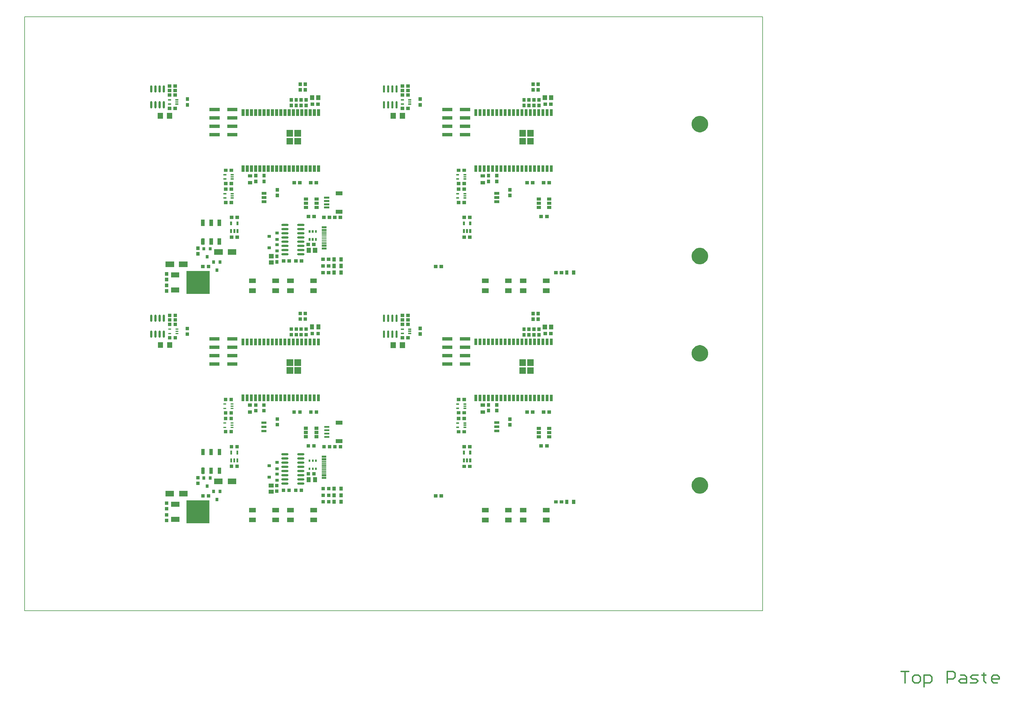
<source format=gtp>
G04*
G04 #@! TF.GenerationSoftware,Altium Limited,Altium Designer,22.5.1 (42)*
G04*
G04 Layer_Color=8421504*
%FSLAX25Y25*%
%MOIN*%
G70*
G04*
G04 #@! TF.SameCoordinates,D5CF9FB8-1D52-47B6-8917-E4D5EB827EA2*
G04*
G04*
G04 #@! TF.FilePolarity,Positive*
G04*
G01*
G75*
%ADD10C,0.01575*%
%ADD11R,0.07874X0.07874*%
%ADD12C,0.00591*%
%ADD13R,0.05000X0.03937*%
%ADD14R,0.12205X0.03937*%
%ADD15R,0.03937X0.04331*%
%ADD16R,0.03543X0.01575*%
%ADD17R,0.05118X0.03937*%
%ADD18R,0.05906X0.03150*%
%ADD19R,0.04331X0.03937*%
%ADD20O,0.02362X0.08661*%
%ADD21R,0.06299X0.07087*%
%ADD22R,0.06102X0.02362*%
%ADD23R,0.07874X0.04724*%
%ADD24R,0.03347X0.03937*%
%ADD25R,0.03347X0.03937*%
%ADD26R,0.05118X0.05906*%
%ADD27R,0.03937X0.05118*%
%ADD28O,0.08661X0.02362*%
%ADD29R,0.03937X0.03347*%
%ADD30R,0.03937X0.03347*%
%ADD31R,0.05906X0.05118*%
%ADD32R,0.07874X0.05512*%
%ADD33R,0.02362X0.04528*%
%ADD34R,0.10236X0.06693*%
%ADD35R,0.09843X0.05906*%
%ADD36R,0.27559X0.27559*%
%ADD37R,0.04331X0.07677*%
G04:AMPARAMS|DCode=38|XSize=43.31mil|YSize=76.77mil|CornerRadius=10.83mil|HoleSize=0mil|Usage=FLASHONLY|Rotation=0.000|XOffset=0mil|YOffset=0mil|HoleType=Round|Shape=RoundedRectangle|*
%AMROUNDEDRECTD38*
21,1,0.04331,0.05512,0,0,0.0*
21,1,0.02165,0.07677,0,0,0.0*
1,1,0.02165,0.01083,-0.02756*
1,1,0.02165,-0.01083,-0.02756*
1,1,0.02165,-0.01083,0.02756*
1,1,0.02165,0.01083,0.02756*
%
%ADD38ROUNDEDRECTD38*%
%ADD39R,0.05709X0.01181*%
%ADD40R,0.02165X0.03150*%
%ADD41R,0.03543X0.07874*%
G36*
X224410Y529724D02*
X220473D01*
Y534055D01*
X224410D01*
Y529724D01*
D02*
G37*
G36*
X218504D02*
X214567D01*
Y534055D01*
X218504D01*
Y529724D01*
D02*
G37*
G36*
X501969Y529724D02*
X498032D01*
Y534055D01*
X501969D01*
Y529724D01*
D02*
G37*
G36*
X496064D02*
X492127D01*
Y534055D01*
X496064D01*
Y529724D01*
D02*
G37*
G36*
X69489Y527559D02*
X65158D01*
Y531496D01*
X69489D01*
Y527559D01*
D02*
G37*
G36*
X62796D02*
X58465D01*
Y531496D01*
X62796D01*
Y527559D01*
D02*
G37*
G36*
X347048Y527559D02*
X342717D01*
Y531496D01*
X347048D01*
Y527559D01*
D02*
G37*
G36*
X340355D02*
X336024D01*
Y531496D01*
X340355D01*
Y527559D01*
D02*
G37*
G36*
X224410Y523031D02*
X220473D01*
Y527362D01*
X224410D01*
Y523031D01*
D02*
G37*
G36*
X218504D02*
X214567D01*
Y527362D01*
X218504D01*
Y523031D01*
D02*
G37*
G36*
X501969Y523031D02*
X498032D01*
Y527362D01*
X501969D01*
Y523031D01*
D02*
G37*
G36*
X496064D02*
X492127D01*
Y527362D01*
X496064D01*
Y523031D01*
D02*
G37*
G36*
X69489Y522244D02*
X65158D01*
Y526181D01*
X69489D01*
Y522244D01*
D02*
G37*
G36*
X62796Y522244D02*
X58465D01*
Y526181D01*
X62796D01*
Y522244D01*
D02*
G37*
G36*
X347048Y522244D02*
X342717D01*
Y526181D01*
X347048D01*
Y522244D01*
D02*
G37*
G36*
X340355Y522244D02*
X336024D01*
Y526181D01*
X340355D01*
Y522244D01*
D02*
G37*
G36*
X54221Y530443D02*
X54611Y530182D01*
X54873Y529791D01*
X54964Y529331D01*
X54941Y523031D01*
X54964D01*
X54873Y522571D01*
X54611Y522180D01*
X54221Y521919D01*
X53760Y521827D01*
X53299Y521919D01*
X52908Y522180D01*
X52647Y522571D01*
X52556Y523031D01*
X52579D01*
Y529331D01*
X52556D01*
X52647Y529791D01*
X52908Y530182D01*
X53299Y530443D01*
X53760Y530535D01*
X54221Y530443D01*
D02*
G37*
G36*
X49221D02*
X49611Y530182D01*
X49872Y529791D01*
X49964Y529331D01*
X49941Y523031D01*
X49964D01*
X49872Y522571D01*
X49611Y522180D01*
X49221Y521919D01*
X48760Y521827D01*
X48299Y521919D01*
X47908Y522180D01*
X47647Y522571D01*
X47556Y523031D01*
X47579D01*
Y529331D01*
X47556D01*
X47647Y529791D01*
X47908Y530182D01*
X48299Y530443D01*
X48760Y530535D01*
X49221Y530443D01*
D02*
G37*
G36*
X44221D02*
X44611Y530182D01*
X44872Y529791D01*
X44964Y529331D01*
X44941Y523031D01*
X44964D01*
X44872Y522571D01*
X44611Y522180D01*
X44221Y521919D01*
X43760Y521827D01*
X43299Y521919D01*
X42908Y522180D01*
X42647Y522571D01*
X42556Y523031D01*
X42579D01*
Y529331D01*
X42556D01*
X42647Y529791D01*
X42908Y530182D01*
X43299Y530443D01*
X43760Y530535D01*
X44221Y530443D01*
D02*
G37*
G36*
X39221D02*
X39611Y530182D01*
X39873Y529791D01*
X39964Y529331D01*
X39941Y523031D01*
X39964D01*
X39873Y522571D01*
X39611Y522180D01*
X39221Y521919D01*
X38760Y521827D01*
X38299Y521919D01*
X37908Y522180D01*
X37647Y522571D01*
X37556Y523031D01*
X37579D01*
Y529331D01*
X37556D01*
X37647Y529791D01*
X37908Y530182D01*
X38299Y530443D01*
X38760Y530535D01*
X39221Y530443D01*
D02*
G37*
G36*
X331780Y530443D02*
X332171Y530182D01*
X332432Y529791D01*
X332523Y529330D01*
X332500Y523031D01*
X332523D01*
X332432Y522570D01*
X332171Y522180D01*
X331780Y521919D01*
X331319Y521827D01*
X330858Y521919D01*
X330468Y522180D01*
X330206Y522570D01*
X330115Y523031D01*
X330138D01*
Y529330D01*
X330115D01*
X330206Y529791D01*
X330468Y530182D01*
X330858Y530443D01*
X331319Y530535D01*
X331780Y530443D01*
D02*
G37*
G36*
X326780D02*
X327171Y530182D01*
X327432Y529791D01*
X327523Y529330D01*
X327500Y523031D01*
X327523D01*
X327432Y522570D01*
X327171Y522180D01*
X326780Y521919D01*
X326319Y521827D01*
X325858Y521919D01*
X325467Y522180D01*
X325206Y522570D01*
X325115Y523031D01*
X325138D01*
Y529330D01*
X325115D01*
X325206Y529791D01*
X325467Y530182D01*
X325858Y530443D01*
X326319Y530535D01*
X326780Y530443D01*
D02*
G37*
G36*
X321780D02*
X322171Y530182D01*
X322432Y529791D01*
X322523Y529330D01*
X322500Y523031D01*
X322523D01*
X322432Y522570D01*
X322171Y522180D01*
X321780Y521919D01*
X321319Y521827D01*
X320858Y521919D01*
X320467Y522180D01*
X320206Y522570D01*
X320115Y523031D01*
X320138D01*
Y529330D01*
X320115D01*
X320206Y529791D01*
X320467Y530182D01*
X320858Y530443D01*
X321319Y530535D01*
X321780Y530443D01*
D02*
G37*
G36*
X316780D02*
X317171Y530182D01*
X317432Y529791D01*
X317523Y529330D01*
X317500Y523031D01*
X317523D01*
X317432Y522570D01*
X317171Y522180D01*
X316780Y521919D01*
X316319Y521827D01*
X315858Y521919D01*
X315468Y522180D01*
X315206Y522570D01*
X315115Y523031D01*
X315138D01*
Y529330D01*
X315115D01*
X315206Y529791D01*
X315468Y530182D01*
X315858Y530443D01*
X316319Y530535D01*
X316780Y530443D01*
D02*
G37*
G36*
X69488Y516929D02*
X65157D01*
Y520866D01*
X69488D01*
Y516929D01*
D02*
G37*
G36*
X62795D02*
X58464D01*
Y520866D01*
X62795D01*
Y516929D01*
D02*
G37*
G36*
X347047Y516929D02*
X342716D01*
Y520866D01*
X347047D01*
Y516929D01*
D02*
G37*
G36*
X340354D02*
X336023D01*
Y520866D01*
X340354D01*
Y516929D01*
D02*
G37*
G36*
X233071Y512795D02*
X227953D01*
Y518701D01*
X233071D01*
Y512795D01*
D02*
G37*
G36*
X240551Y512795D02*
X235433D01*
Y518701D01*
X240551D01*
Y512795D01*
D02*
G37*
G36*
X510630Y512795D02*
X505512D01*
Y518701D01*
X510630D01*
Y512795D01*
D02*
G37*
G36*
X518110Y512795D02*
X512992D01*
Y518701D01*
X518110D01*
Y512795D01*
D02*
G37*
G36*
X71063Y512401D02*
X67520D01*
Y513976D01*
X71063D01*
Y512401D01*
D02*
G37*
G36*
X62402D02*
X58858D01*
Y513976D01*
X62402D01*
Y512401D01*
D02*
G37*
G36*
X348622Y512401D02*
X345079D01*
Y513976D01*
X348622D01*
Y512401D01*
D02*
G37*
G36*
X339961D02*
X336418D01*
Y513976D01*
X339961D01*
Y512401D01*
D02*
G37*
G36*
X83858Y511811D02*
X79921D01*
Y516142D01*
X83858D01*
Y511811D01*
D02*
G37*
G36*
X361417Y511811D02*
X357480D01*
Y516142D01*
X361417D01*
Y511811D01*
D02*
G37*
G36*
X225394Y511023D02*
X221457D01*
Y515354D01*
X225394D01*
Y511023D01*
D02*
G37*
G36*
X219489D02*
X215552D01*
Y515354D01*
X219489D01*
Y511023D01*
D02*
G37*
G36*
X213583D02*
X209646D01*
Y515354D01*
X213583D01*
Y511023D01*
D02*
G37*
G36*
X207678D02*
X203741D01*
Y515354D01*
X207678D01*
Y511023D01*
D02*
G37*
G36*
X502953Y511023D02*
X499016D01*
Y515354D01*
X502953D01*
Y511023D01*
D02*
G37*
G36*
X497048D02*
X493111D01*
Y515354D01*
X497048D01*
Y511023D01*
D02*
G37*
G36*
X491142D02*
X487205D01*
Y515354D01*
X491142D01*
Y511023D01*
D02*
G37*
G36*
X485237D02*
X481300D01*
Y515354D01*
X485237D01*
Y511023D01*
D02*
G37*
G36*
X71063Y509842D02*
X67520D01*
Y511417D01*
X71063D01*
Y509842D01*
D02*
G37*
G36*
X348622Y509842D02*
X345079D01*
Y511417D01*
X348622D01*
Y509842D01*
D02*
G37*
G36*
X71063Y507283D02*
X67520D01*
Y508858D01*
X71063D01*
Y507283D01*
D02*
G37*
G36*
X62402D02*
X58858D01*
Y508858D01*
X62402D01*
Y507283D01*
D02*
G37*
G36*
X348622Y507283D02*
X345079D01*
Y508858D01*
X348622D01*
Y507283D01*
D02*
G37*
G36*
X339961D02*
X336418D01*
Y508858D01*
X339961D01*
Y507283D01*
D02*
G37*
G36*
X239763Y505905D02*
X235433D01*
Y509842D01*
X239763D01*
Y505905D01*
D02*
G37*
G36*
X233071D02*
X228740D01*
Y509842D01*
X233071D01*
Y505905D01*
D02*
G37*
G36*
X517323Y505905D02*
X512992D01*
Y509842D01*
X517323D01*
Y505905D01*
D02*
G37*
G36*
X510630D02*
X506299D01*
Y509842D01*
X510630D01*
Y505905D01*
D02*
G37*
G36*
X83858Y505118D02*
X79921D01*
Y509449D01*
X83858D01*
Y505118D01*
D02*
G37*
G36*
X361417Y505118D02*
X357480D01*
Y509449D01*
X361417D01*
Y505118D01*
D02*
G37*
G36*
X225394Y504330D02*
X221457D01*
Y508661D01*
X225394D01*
Y504330D01*
D02*
G37*
G36*
X219489D02*
X215552D01*
Y508661D01*
X219489D01*
Y504330D01*
D02*
G37*
G36*
X213583D02*
X209646D01*
Y508661D01*
X213583D01*
Y504330D01*
D02*
G37*
G36*
X207678D02*
X203741D01*
Y508661D01*
X207678D01*
Y504330D01*
D02*
G37*
G36*
X502953Y504330D02*
X499016D01*
Y508661D01*
X502953D01*
Y504330D01*
D02*
G37*
G36*
X497048D02*
X493111D01*
Y508661D01*
X497048D01*
Y504330D01*
D02*
G37*
G36*
X491142D02*
X487205D01*
Y508661D01*
X491142D01*
Y504330D01*
D02*
G37*
G36*
X485237D02*
X481300D01*
Y508661D01*
X485237D01*
Y504330D01*
D02*
G37*
G36*
X54221Y511546D02*
X54611Y511284D01*
X54873Y510894D01*
X54964Y510433D01*
X54941Y504134D01*
X54964D01*
X54873Y503673D01*
X54611Y503282D01*
X54221Y503021D01*
X53760Y502929D01*
X53299Y503021D01*
X52908Y503282D01*
X52647Y503673D01*
X52556Y504134D01*
X52579D01*
Y510433D01*
X52556D01*
X52647Y510894D01*
X52908Y511284D01*
X53299Y511546D01*
X53760Y511637D01*
X54221Y511546D01*
D02*
G37*
G36*
X49221D02*
X49611Y511284D01*
X49872Y510894D01*
X49964Y510433D01*
X49941Y504134D01*
X49964D01*
X49872Y503673D01*
X49611Y503282D01*
X49221Y503021D01*
X48760Y502929D01*
X48299Y503021D01*
X47908Y503282D01*
X47647Y503673D01*
X47556Y504134D01*
X47579D01*
Y510433D01*
X47556D01*
X47647Y510894D01*
X47908Y511284D01*
X48299Y511546D01*
X48760Y511637D01*
X49221Y511546D01*
D02*
G37*
G36*
X44221D02*
X44611Y511284D01*
X44872Y510894D01*
X44964Y510433D01*
X44941Y504134D01*
X44964D01*
X44872Y503673D01*
X44611Y503282D01*
X44221Y503021D01*
X43760Y502929D01*
X43299Y503021D01*
X42908Y503282D01*
X42647Y503673D01*
X42556Y504134D01*
X42579D01*
Y510433D01*
X42556D01*
X42647Y510894D01*
X42908Y511284D01*
X43299Y511546D01*
X43760Y511637D01*
X44221Y511546D01*
D02*
G37*
G36*
X39221D02*
X39611Y511284D01*
X39873Y510894D01*
X39964Y510433D01*
X39941Y504134D01*
X39964D01*
X39873Y503673D01*
X39611Y503282D01*
X39221Y503021D01*
X38760Y502929D01*
X38299Y503021D01*
X37908Y503282D01*
X37647Y503673D01*
X37556Y504134D01*
X37579D01*
Y510433D01*
X37556D01*
X37647Y510894D01*
X37908Y511284D01*
X38299Y511546D01*
X38760Y511637D01*
X39221Y511546D01*
D02*
G37*
G36*
X331780Y511545D02*
X332171Y511284D01*
X332432Y510894D01*
X332523Y510433D01*
X332500Y504134D01*
X332523D01*
X332432Y503673D01*
X332171Y503282D01*
X331780Y503021D01*
X331319Y502929D01*
X330858Y503021D01*
X330468Y503282D01*
X330206Y503673D01*
X330115Y504134D01*
X330138D01*
Y510433D01*
X330115D01*
X330206Y510894D01*
X330468Y511284D01*
X330858Y511545D01*
X331319Y511637D01*
X331780Y511545D01*
D02*
G37*
G36*
X326780D02*
X327171Y511284D01*
X327432Y510894D01*
X327523Y510433D01*
X327500Y504134D01*
X327523D01*
X327432Y503673D01*
X327171Y503282D01*
X326780Y503021D01*
X326319Y502929D01*
X325858Y503021D01*
X325467Y503282D01*
X325206Y503673D01*
X325115Y504134D01*
X325138D01*
Y510433D01*
X325115D01*
X325206Y510894D01*
X325467Y511284D01*
X325858Y511545D01*
X326319Y511637D01*
X326780Y511545D01*
D02*
G37*
G36*
X321780D02*
X322171Y511284D01*
X322432Y510894D01*
X322523Y510433D01*
X322500Y504134D01*
X322523D01*
X322432Y503673D01*
X322171Y503282D01*
X321780Y503021D01*
X321319Y502929D01*
X320858Y503021D01*
X320467Y503282D01*
X320206Y503673D01*
X320115Y504134D01*
X320138D01*
Y510433D01*
X320115D01*
X320206Y510894D01*
X320467Y511284D01*
X320858Y511545D01*
X321319Y511637D01*
X321780Y511545D01*
D02*
G37*
G36*
X316780D02*
X317171Y511284D01*
X317432Y510894D01*
X317523Y510433D01*
X317500Y504134D01*
X317523D01*
X317432Y503673D01*
X317171Y503282D01*
X316780Y503021D01*
X316319Y502929D01*
X315858Y503021D01*
X315468Y503282D01*
X315206Y503673D01*
X315115Y504134D01*
X315138D01*
Y510433D01*
X315115D01*
X315206Y510894D01*
X315468Y511284D01*
X315858Y511545D01*
X316319Y511637D01*
X316780Y511545D01*
D02*
G37*
G36*
X69488Y500984D02*
X65157D01*
Y504921D01*
X69488D01*
Y500984D01*
D02*
G37*
G36*
X62795Y500984D02*
X58464D01*
Y504921D01*
X62795D01*
Y500984D01*
D02*
G37*
G36*
X347047Y500984D02*
X342716D01*
Y504921D01*
X347047D01*
Y500984D01*
D02*
G37*
G36*
X340354Y500984D02*
X336023D01*
Y504921D01*
X340354D01*
Y500984D01*
D02*
G37*
G36*
X141535Y499685D02*
X129331D01*
Y503622D01*
X141535D01*
Y499685D01*
D02*
G37*
G36*
X120276D02*
X108071D01*
Y503622D01*
X120276D01*
Y499685D01*
D02*
G37*
G36*
X419095Y499685D02*
X406890D01*
Y503622D01*
X419095D01*
Y499685D01*
D02*
G37*
G36*
X397835D02*
X385630D01*
Y503622D01*
X397835D01*
Y499685D01*
D02*
G37*
G36*
X239992Y494094D02*
X236449D01*
Y501968D01*
X239992D01*
Y494094D01*
D02*
G37*
G36*
X214992D02*
X211449D01*
Y501968D01*
X214992D01*
Y494094D01*
D02*
G37*
G36*
X189992D02*
X186449D01*
Y501968D01*
X189992D01*
Y494094D01*
D02*
G37*
G36*
X234992Y494094D02*
X231449D01*
Y501968D01*
X234992D01*
Y494094D01*
D02*
G37*
G36*
X229992D02*
X226449D01*
Y501968D01*
X229992D01*
Y494094D01*
D02*
G37*
G36*
X224992D02*
X221449D01*
Y501968D01*
X224992D01*
Y494094D01*
D02*
G37*
G36*
X219992D02*
X216449D01*
Y501968D01*
X219992D01*
Y494094D01*
D02*
G37*
G36*
X209992D02*
X206449D01*
Y501968D01*
X209992D01*
Y494094D01*
D02*
G37*
G36*
X204992D02*
X201449D01*
Y501968D01*
X204992D01*
Y494094D01*
D02*
G37*
G36*
X199992D02*
X196449D01*
Y501968D01*
X199992D01*
Y494094D01*
D02*
G37*
G36*
X194992D02*
X191449D01*
Y501968D01*
X194992D01*
Y494094D01*
D02*
G37*
G36*
X184992D02*
X181449D01*
Y501968D01*
X184992D01*
Y494094D01*
D02*
G37*
G36*
X179992D02*
X176449D01*
Y501968D01*
X179992D01*
Y494094D01*
D02*
G37*
G36*
X174992D02*
X171449D01*
Y501968D01*
X174992D01*
Y494094D01*
D02*
G37*
G36*
X169992D02*
X166449D01*
Y501968D01*
X169992D01*
Y494094D01*
D02*
G37*
G36*
X165000D02*
X161457D01*
Y501968D01*
X165000D01*
Y494094D01*
D02*
G37*
G36*
X160000D02*
X156457D01*
Y501968D01*
X160000D01*
Y494094D01*
D02*
G37*
G36*
X155000D02*
X151457D01*
Y501968D01*
X155000D01*
Y494094D01*
D02*
G37*
G36*
X150000D02*
X146457D01*
Y501968D01*
X150000D01*
Y494094D01*
D02*
G37*
G36*
X517551Y494094D02*
X514008D01*
Y501968D01*
X517551D01*
Y494094D01*
D02*
G37*
G36*
X492551D02*
X489008D01*
Y501968D01*
X492551D01*
Y494094D01*
D02*
G37*
G36*
X467551D02*
X464008D01*
Y501968D01*
X467551D01*
Y494094D01*
D02*
G37*
G36*
X512551Y494094D02*
X509008D01*
Y501968D01*
X512551D01*
Y494094D01*
D02*
G37*
G36*
X507551D02*
X504008D01*
Y501968D01*
X507551D01*
Y494094D01*
D02*
G37*
G36*
X502551D02*
X499008D01*
Y501968D01*
X502551D01*
Y494094D01*
D02*
G37*
G36*
X497551D02*
X494008D01*
Y501968D01*
X497551D01*
Y494094D01*
D02*
G37*
G36*
X487551D02*
X484008D01*
Y501968D01*
X487551D01*
Y494094D01*
D02*
G37*
G36*
X482551D02*
X479008D01*
Y501968D01*
X482551D01*
Y494094D01*
D02*
G37*
G36*
X477551D02*
X474008D01*
Y501968D01*
X477551D01*
Y494094D01*
D02*
G37*
G36*
X472551D02*
X469008D01*
Y501968D01*
X472551D01*
Y494094D01*
D02*
G37*
G36*
X462551D02*
X459008D01*
Y501968D01*
X462551D01*
Y494094D01*
D02*
G37*
G36*
X457551D02*
X454008D01*
Y501968D01*
X457551D01*
Y494094D01*
D02*
G37*
G36*
X452551D02*
X449008D01*
Y501968D01*
X452551D01*
Y494094D01*
D02*
G37*
G36*
X447551D02*
X444008D01*
Y501968D01*
X447551D01*
Y494094D01*
D02*
G37*
G36*
X442559D02*
X439016D01*
Y501968D01*
X442559D01*
Y494094D01*
D02*
G37*
G36*
X437559D02*
X434016D01*
Y501968D01*
X437559D01*
Y494094D01*
D02*
G37*
G36*
X432559D02*
X429016D01*
Y501968D01*
X432559D01*
Y494094D01*
D02*
G37*
G36*
X427559D02*
X424016D01*
Y501968D01*
X427559D01*
Y494094D01*
D02*
G37*
G36*
X63780Y490551D02*
X57480D01*
Y497638D01*
X63780D01*
Y490551D01*
D02*
G37*
G36*
X52756D02*
X46457D01*
Y497638D01*
X52756D01*
Y490551D01*
D02*
G37*
G36*
X341339Y490551D02*
X335039D01*
Y497638D01*
X341339D01*
Y490551D01*
D02*
G37*
G36*
X330315D02*
X324016D01*
Y497638D01*
X330315D01*
Y490551D01*
D02*
G37*
G36*
X141535Y489685D02*
X129331D01*
Y493622D01*
X141535D01*
Y489685D01*
D02*
G37*
G36*
X120276D02*
X108071D01*
Y493622D01*
X120276D01*
Y489685D01*
D02*
G37*
G36*
X419095Y489685D02*
X406890D01*
Y493622D01*
X419095D01*
Y489685D01*
D02*
G37*
G36*
X397835D02*
X385630D01*
Y493622D01*
X397835D01*
Y489685D01*
D02*
G37*
G36*
X141535Y479685D02*
X129331D01*
Y483622D01*
X141535D01*
Y479685D01*
D02*
G37*
G36*
X120276D02*
X108071D01*
Y483622D01*
X120276D01*
Y479685D01*
D02*
G37*
G36*
X419095Y479685D02*
X406890D01*
Y483622D01*
X419095D01*
Y479685D01*
D02*
G37*
G36*
X397835D02*
X385630D01*
Y483622D01*
X397835D01*
Y479685D01*
D02*
G37*
G36*
X695784Y493716D02*
X697576Y492974D01*
X699188Y491897D01*
X700559Y490526D01*
X701636Y488914D01*
X702378Y487123D01*
X702756Y485221D01*
Y484252D01*
Y483283D01*
X702378Y481381D01*
X701636Y479590D01*
X700559Y477978D01*
X699188Y476607D01*
X697576Y475530D01*
X695784Y474788D01*
X693883Y474409D01*
X691944D01*
X690042Y474788D01*
X688251Y475530D01*
X686639Y476607D01*
X685268Y477978D01*
X684191Y479590D01*
X683449Y481381D01*
X683071Y483283D01*
Y484252D01*
Y485221D01*
X683449Y487123D01*
X684191Y488914D01*
X685268Y490526D01*
X686639Y491897D01*
X688251Y492974D01*
X690042Y493716D01*
X691944Y494094D01*
X693883D01*
X695784Y493716D01*
D02*
G37*
G36*
X141535Y469685D02*
X129331D01*
Y473622D01*
X141535D01*
Y469685D01*
D02*
G37*
G36*
X120276D02*
X108071D01*
Y473622D01*
X120276D01*
Y469685D01*
D02*
G37*
G36*
X419095Y469685D02*
X406890D01*
Y473622D01*
X419095D01*
Y469685D01*
D02*
G37*
G36*
X397835D02*
X385630D01*
Y473622D01*
X397835D01*
Y469685D01*
D02*
G37*
G36*
X207911Y469292D02*
X200037D01*
Y477166D01*
X207911D01*
Y469292D01*
D02*
G37*
G36*
X485470Y469291D02*
X477596D01*
Y477166D01*
X485470D01*
Y469291D01*
D02*
G37*
G36*
X217361Y469290D02*
X209487D01*
Y477164D01*
X217361D01*
Y469290D01*
D02*
G37*
G36*
X494920Y469290D02*
X487046D01*
Y477164D01*
X494920D01*
Y469290D01*
D02*
G37*
G36*
X217358Y459842D02*
X209484D01*
Y467716D01*
X217358D01*
Y459842D01*
D02*
G37*
G36*
X494917Y459841D02*
X487044D01*
Y467716D01*
X494917D01*
Y459841D01*
D02*
G37*
G36*
X207911Y459840D02*
X200037D01*
Y467714D01*
X207911D01*
Y459840D01*
D02*
G37*
G36*
X485470Y459840D02*
X477596D01*
Y467714D01*
X485470D01*
Y459840D01*
D02*
G37*
G36*
X239992Y427165D02*
X236449D01*
Y435039D01*
X239992D01*
Y427165D01*
D02*
G37*
G36*
X234992D02*
X231449D01*
Y435039D01*
X234992D01*
Y427165D01*
D02*
G37*
G36*
X229992D02*
X226449D01*
Y435039D01*
X229992D01*
Y427165D01*
D02*
G37*
G36*
X224992D02*
X221449D01*
Y435039D01*
X224992D01*
Y427165D01*
D02*
G37*
G36*
X214992D02*
X211449D01*
Y435039D01*
X214992D01*
Y427165D01*
D02*
G37*
G36*
X209992D02*
X206449D01*
Y435039D01*
X209992D01*
Y427165D01*
D02*
G37*
G36*
X204992D02*
X201449D01*
Y435039D01*
X204992D01*
Y427165D01*
D02*
G37*
G36*
X199992D02*
X196449D01*
Y435039D01*
X199992D01*
Y427165D01*
D02*
G37*
G36*
X189992D02*
X186449D01*
Y435039D01*
X189992D01*
Y427165D01*
D02*
G37*
G36*
X184992D02*
X181449D01*
Y435039D01*
X184992D01*
Y427165D01*
D02*
G37*
G36*
X179992D02*
X176449D01*
Y435039D01*
X179992D01*
Y427165D01*
D02*
G37*
G36*
X174992D02*
X171449D01*
Y435039D01*
X174992D01*
Y427165D01*
D02*
G37*
G36*
X165000D02*
X161457D01*
Y435039D01*
X165000D01*
Y427165D01*
D02*
G37*
G36*
X160000D02*
X156457D01*
Y435039D01*
X160000D01*
Y427165D01*
D02*
G37*
G36*
X155000D02*
X151457D01*
Y435039D01*
X155000D01*
Y427165D01*
D02*
G37*
G36*
X219992Y427165D02*
X216449D01*
Y435039D01*
X219992D01*
Y427165D01*
D02*
G37*
G36*
X194992D02*
X191449D01*
Y435039D01*
X194992D01*
Y427165D01*
D02*
G37*
G36*
X169992D02*
X166449D01*
Y435039D01*
X169992D01*
Y427165D01*
D02*
G37*
G36*
X150000D02*
X146457D01*
Y435039D01*
X150000D01*
Y427165D01*
D02*
G37*
G36*
X517551Y427165D02*
X514008D01*
Y435039D01*
X517551D01*
Y427165D01*
D02*
G37*
G36*
X512551D02*
X509008D01*
Y435039D01*
X512551D01*
Y427165D01*
D02*
G37*
G36*
X507551D02*
X504008D01*
Y435039D01*
X507551D01*
Y427165D01*
D02*
G37*
G36*
X502551D02*
X499008D01*
Y435039D01*
X502551D01*
Y427165D01*
D02*
G37*
G36*
X492551D02*
X489008D01*
Y435039D01*
X492551D01*
Y427165D01*
D02*
G37*
G36*
X487551D02*
X484008D01*
Y435039D01*
X487551D01*
Y427165D01*
D02*
G37*
G36*
X482551D02*
X479008D01*
Y435039D01*
X482551D01*
Y427165D01*
D02*
G37*
G36*
X477551D02*
X474008D01*
Y435039D01*
X477551D01*
Y427165D01*
D02*
G37*
G36*
X467551D02*
X464008D01*
Y435039D01*
X467551D01*
Y427165D01*
D02*
G37*
G36*
X462551D02*
X459008D01*
Y435039D01*
X462551D01*
Y427165D01*
D02*
G37*
G36*
X457551D02*
X454008D01*
Y435039D01*
X457551D01*
Y427165D01*
D02*
G37*
G36*
X452551D02*
X449008D01*
Y435039D01*
X452551D01*
Y427165D01*
D02*
G37*
G36*
X442559D02*
X439016D01*
Y435039D01*
X442559D01*
Y427165D01*
D02*
G37*
G36*
X437559D02*
X434016D01*
Y435039D01*
X437559D01*
Y427165D01*
D02*
G37*
G36*
X432559D02*
X429016D01*
Y435039D01*
X432559D01*
Y427165D01*
D02*
G37*
G36*
X497551Y427165D02*
X494008D01*
Y435039D01*
X497551D01*
Y427165D01*
D02*
G37*
G36*
X472551D02*
X469008D01*
Y435039D01*
X472551D01*
Y427165D01*
D02*
G37*
G36*
X447551D02*
X444008D01*
Y435039D01*
X447551D01*
Y427165D01*
D02*
G37*
G36*
X427559D02*
X424016D01*
Y435039D01*
X427559D01*
Y427165D01*
D02*
G37*
G36*
X136417Y427165D02*
X132086D01*
Y431102D01*
X136417D01*
Y427165D01*
D02*
G37*
G36*
X129724D02*
X125393D01*
Y431102D01*
X129724D01*
Y427165D01*
D02*
G37*
G36*
X413976Y427165D02*
X409646D01*
Y431102D01*
X413976D01*
Y427165D01*
D02*
G37*
G36*
X407283D02*
X402953D01*
Y431102D01*
X407283D01*
Y427165D01*
D02*
G37*
G36*
X137008Y423031D02*
X133465D01*
Y424606D01*
X137008D01*
Y423031D01*
D02*
G37*
G36*
X128347D02*
X124803D01*
Y424606D01*
X128347D01*
Y423031D01*
D02*
G37*
G36*
X414567Y423031D02*
X411024D01*
Y424606D01*
X414567D01*
Y423031D01*
D02*
G37*
G36*
X405906D02*
X402362D01*
Y424606D01*
X405906D01*
Y423031D01*
D02*
G37*
G36*
X175197Y420473D02*
X171260D01*
Y424803D01*
X175197D01*
Y420473D01*
D02*
G37*
G36*
X165354D02*
X161417D01*
Y424803D01*
X165354D01*
Y420473D01*
D02*
G37*
G36*
X452756Y420472D02*
X448819D01*
Y424803D01*
X452756D01*
Y420472D01*
D02*
G37*
G36*
X442913D02*
X438976D01*
Y424803D01*
X442913D01*
Y420472D01*
D02*
G37*
G36*
X159055Y420472D02*
X153937D01*
Y424409D01*
X159055D01*
Y420472D01*
D02*
G37*
G36*
X137008Y420472D02*
X133465D01*
Y422047D01*
X137008D01*
Y420472D01*
D02*
G37*
G36*
X436614Y420472D02*
X431496D01*
Y424409D01*
X436614D01*
Y420472D01*
D02*
G37*
G36*
X414567Y420472D02*
X411024D01*
Y422047D01*
X414567D01*
Y420472D01*
D02*
G37*
G36*
X137008Y417913D02*
X133465D01*
Y419488D01*
X137008D01*
Y417913D01*
D02*
G37*
G36*
X128347D02*
X124803D01*
Y419488D01*
X128347D01*
Y417913D01*
D02*
G37*
G36*
X414567Y417913D02*
X411024D01*
Y419488D01*
X414567D01*
Y417913D01*
D02*
G37*
G36*
X405906D02*
X402362D01*
Y419488D01*
X405906D01*
Y417913D01*
D02*
G37*
G36*
X165354Y413780D02*
X161417D01*
Y418110D01*
X165354D01*
Y413780D01*
D02*
G37*
G36*
X175197Y413780D02*
X171260D01*
Y418110D01*
X175197D01*
Y413780D01*
D02*
G37*
G36*
X442913Y413780D02*
X438976D01*
Y418110D01*
X442913D01*
Y413780D01*
D02*
G37*
G36*
X452756Y413780D02*
X448819D01*
Y418110D01*
X452756D01*
Y413780D01*
D02*
G37*
G36*
X218111Y412402D02*
X213780D01*
Y416339D01*
X218111D01*
Y412402D01*
D02*
G37*
G36*
X211418Y412402D02*
X207087D01*
Y416339D01*
X211418D01*
Y412402D01*
D02*
G37*
G36*
X495670Y412402D02*
X491339D01*
Y416339D01*
X495670D01*
Y412402D01*
D02*
G37*
G36*
X488977Y412402D02*
X484646D01*
Y416339D01*
X488977D01*
Y412402D01*
D02*
G37*
G36*
X237795Y412401D02*
X233464D01*
Y416338D01*
X237795D01*
Y412401D01*
D02*
G37*
G36*
X231102D02*
X226771D01*
Y416338D01*
X231102D01*
Y412401D01*
D02*
G37*
G36*
X515354Y412401D02*
X511023D01*
Y416338D01*
X515354D01*
Y412401D01*
D02*
G37*
G36*
X508661D02*
X504330D01*
Y416338D01*
X508661D01*
Y412401D01*
D02*
G37*
G36*
X159055Y412205D02*
X153937D01*
Y416142D01*
X159055D01*
Y412205D01*
D02*
G37*
G36*
X436614Y412205D02*
X431496D01*
Y416142D01*
X436614D01*
Y412205D01*
D02*
G37*
G36*
X136417Y411417D02*
X132086D01*
Y415354D01*
X136417D01*
Y411417D01*
D02*
G37*
G36*
X129724D02*
X125393D01*
Y415354D01*
X129724D01*
Y411417D01*
D02*
G37*
G36*
X413976Y411417D02*
X409646D01*
Y415354D01*
X413976D01*
Y411417D01*
D02*
G37*
G36*
X407283D02*
X402953D01*
Y415354D01*
X407283D01*
Y411417D01*
D02*
G37*
G36*
X136417Y404527D02*
X132086D01*
Y408464D01*
X136417D01*
Y404527D01*
D02*
G37*
G36*
X129724D02*
X125393D01*
Y408464D01*
X129724D01*
Y404527D01*
D02*
G37*
G36*
X413976Y404527D02*
X409646D01*
Y408464D01*
X413976D01*
Y404527D01*
D02*
G37*
G36*
X407283D02*
X402953D01*
Y408464D01*
X407283D01*
Y404527D01*
D02*
G37*
G36*
X190945Y403740D02*
X187008D01*
Y408071D01*
X190945D01*
Y403740D01*
D02*
G37*
G36*
X468504Y403740D02*
X464567D01*
Y408071D01*
X468504D01*
Y403740D01*
D02*
G37*
G36*
X137008Y400393D02*
X133465D01*
Y401968D01*
X137008D01*
Y400393D01*
D02*
G37*
G36*
X128347D02*
X124803D01*
Y401968D01*
X128347D01*
Y400393D01*
D02*
G37*
G36*
X414567Y400393D02*
X411024D01*
Y401968D01*
X414567D01*
Y400393D01*
D02*
G37*
G36*
X405906D02*
X402362D01*
Y401968D01*
X405906D01*
Y400393D01*
D02*
G37*
G36*
X176181Y400079D02*
X170276D01*
Y403228D01*
X176181D01*
Y400079D01*
D02*
G37*
G36*
X453740Y400078D02*
X447835D01*
Y403228D01*
X453740D01*
Y400078D01*
D02*
G37*
G36*
X266732Y399212D02*
X258858D01*
Y403937D01*
X266732D01*
Y399212D01*
D02*
G37*
G36*
X137008Y397834D02*
X133465D01*
Y399409D01*
X137008D01*
Y397834D01*
D02*
G37*
G36*
X414567Y397834D02*
X411024D01*
Y399409D01*
X414567D01*
Y397834D01*
D02*
G37*
G36*
X190945Y397047D02*
X187008D01*
Y401378D01*
X190945D01*
Y397047D01*
D02*
G37*
G36*
X468504Y397047D02*
X464567D01*
Y401378D01*
X468504D01*
Y397047D01*
D02*
G37*
G36*
X137008Y395275D02*
X133465D01*
Y396850D01*
X137008D01*
Y395275D01*
D02*
G37*
G36*
X128347D02*
X124803D01*
Y396850D01*
X128347D01*
Y395275D01*
D02*
G37*
G36*
X250984Y395275D02*
X244882D01*
Y397638D01*
X250984D01*
Y395275D01*
D02*
G37*
G36*
X414567Y395275D02*
X411024D01*
Y396850D01*
X414567D01*
Y395275D01*
D02*
G37*
G36*
X405906D02*
X402362D01*
Y396850D01*
X405906D01*
Y395275D01*
D02*
G37*
G36*
X176181Y395079D02*
X170276D01*
Y398228D01*
X176181D01*
Y395079D01*
D02*
G37*
G36*
X453740Y395078D02*
X447835D01*
Y398228D01*
X453740D01*
Y395078D01*
D02*
G37*
G36*
X238327Y392795D02*
X233327D01*
Y396732D01*
X238327D01*
Y392795D01*
D02*
G37*
G36*
X225728D02*
X220728D01*
Y396732D01*
X225728D01*
Y392795D01*
D02*
G37*
G36*
X515886Y392795D02*
X510886D01*
Y396732D01*
X515886D01*
Y392795D01*
D02*
G37*
G36*
X503288D02*
X498288D01*
Y396732D01*
X503288D01*
Y392795D01*
D02*
G37*
G36*
X250984Y391338D02*
X244882D01*
Y393701D01*
X250984D01*
Y391338D01*
D02*
G37*
G36*
X176181Y390079D02*
X170276D01*
Y393228D01*
X176181D01*
Y390079D01*
D02*
G37*
G36*
X453740Y390078D02*
X447835D01*
Y393228D01*
X453740D01*
Y390078D01*
D02*
G37*
G36*
X129724Y388779D02*
X125393D01*
Y392716D01*
X129724D01*
Y388779D01*
D02*
G37*
G36*
X136417Y388779D02*
X132086D01*
Y392716D01*
X136417D01*
Y388779D01*
D02*
G37*
G36*
X407283Y388779D02*
X402953D01*
Y392716D01*
X407283D01*
Y388779D01*
D02*
G37*
G36*
X413976Y388779D02*
X409646D01*
Y392716D01*
X413976D01*
Y388779D01*
D02*
G37*
G36*
X238327Y387795D02*
X233327D01*
Y391732D01*
X238327D01*
Y387795D01*
D02*
G37*
G36*
X225728Y387795D02*
X220728D01*
Y391732D01*
X225728D01*
Y387795D01*
D02*
G37*
G36*
X515886Y387795D02*
X510886D01*
Y391732D01*
X515886D01*
Y387795D01*
D02*
G37*
G36*
X503288Y387795D02*
X498288D01*
Y391732D01*
X503288D01*
Y387795D01*
D02*
G37*
G36*
X250984Y387401D02*
X244882D01*
Y389764D01*
X250984D01*
Y387401D01*
D02*
G37*
G36*
Y383464D02*
X244882D01*
Y385827D01*
X250984D01*
Y383464D01*
D02*
G37*
G36*
X238327Y382795D02*
X233327D01*
Y386732D01*
X238327D01*
Y382795D01*
D02*
G37*
G36*
X225728D02*
X220728D01*
Y386732D01*
X225728D01*
Y382795D01*
D02*
G37*
G36*
X515886Y382795D02*
X510886D01*
Y386732D01*
X515886D01*
Y382795D01*
D02*
G37*
G36*
X503288D02*
X498288D01*
Y386732D01*
X503288D01*
Y382795D01*
D02*
G37*
G36*
X266732Y377165D02*
X258858D01*
Y381890D01*
X266732D01*
Y377165D01*
D02*
G37*
G36*
X235039Y372047D02*
X230708D01*
Y375984D01*
X235039D01*
Y372047D01*
D02*
G37*
G36*
X228346D02*
X224015D01*
Y375984D01*
X228346D01*
Y372047D01*
D02*
G37*
G36*
X512598Y372047D02*
X508267D01*
Y375984D01*
X512598D01*
Y372047D01*
D02*
G37*
G36*
X505905D02*
X501575D01*
Y375984D01*
X505905D01*
Y372047D01*
D02*
G37*
G36*
X143307Y371062D02*
X138976D01*
Y374999D01*
X143307D01*
Y371062D01*
D02*
G37*
G36*
X136614D02*
X132283D01*
Y374999D01*
X136614D01*
Y371062D01*
D02*
G37*
G36*
X420866Y371062D02*
X416535D01*
Y374999D01*
X420866D01*
Y371062D01*
D02*
G37*
G36*
X414173D02*
X409842D01*
Y374999D01*
X414173D01*
Y371062D01*
D02*
G37*
G36*
X266536Y370866D02*
X262205D01*
Y374803D01*
X266536D01*
Y370866D01*
D02*
G37*
G36*
X259843Y370866D02*
X255512D01*
Y374803D01*
X259843D01*
Y370866D01*
D02*
G37*
G36*
X253543Y370866D02*
X249212D01*
Y374803D01*
X253543D01*
Y370866D01*
D02*
G37*
G36*
X246850D02*
X242519D01*
Y374803D01*
X246850D01*
Y370866D01*
D02*
G37*
G36*
X220737Y365069D02*
X221127Y364808D01*
X221388Y364417D01*
X221480Y363957D01*
X221388Y363496D01*
X221127Y363105D01*
X220737Y362844D01*
X220276Y362752D01*
X213976Y362775D01*
Y362752D01*
X213516Y362844D01*
X213125Y363105D01*
X212864Y363496D01*
X212772Y363957D01*
X212864Y364417D01*
X213125Y364808D01*
X213516Y365069D01*
X213976Y365161D01*
Y365138D01*
X220276D01*
Y365161D01*
X220737Y365069D01*
D02*
G37*
G36*
X201839D02*
X202230Y364808D01*
X202491Y364417D01*
X202582Y363957D01*
X202491Y363496D01*
X202230Y363105D01*
X201839Y362844D01*
X201378Y362752D01*
X195079Y362775D01*
Y362752D01*
X194618Y362844D01*
X194227Y363105D01*
X193966Y363496D01*
X193875Y363957D01*
X193966Y364417D01*
X194227Y364808D01*
X194618Y365069D01*
X195079Y365161D01*
Y365138D01*
X201378D01*
Y365161D01*
X201839Y365069D01*
D02*
G37*
G36*
X135236Y363582D02*
X132874D01*
Y368110D01*
X135236D01*
Y363582D01*
D02*
G37*
G36*
X142717Y363582D02*
X140354D01*
Y368110D01*
X142717D01*
Y363582D01*
D02*
G37*
G36*
X412795Y363582D02*
X410433D01*
Y368110D01*
X412795D01*
Y363582D01*
D02*
G37*
G36*
X420276Y363582D02*
X417913D01*
Y368110D01*
X420276D01*
Y363582D01*
D02*
G37*
G36*
X122244Y362598D02*
X117913D01*
Y370275D01*
X122244D01*
Y362598D01*
D02*
G37*
G36*
X112402D02*
X108071D01*
Y370275D01*
X112402D01*
Y362598D01*
D02*
G37*
G36*
X102559D02*
X98228D01*
Y370275D01*
X102559D01*
Y362598D01*
D02*
G37*
G36*
X220737Y360069D02*
X221127Y359808D01*
X221388Y359417D01*
X221480Y358957D01*
X221388Y358496D01*
X221127Y358105D01*
X220737Y357844D01*
X220276Y357752D01*
X213976Y357775D01*
Y357752D01*
X213516Y357844D01*
X213125Y358105D01*
X212864Y358496D01*
X212772Y358957D01*
X212864Y359417D01*
X213125Y359808D01*
X213516Y360069D01*
X213976Y360161D01*
Y360138D01*
X220276D01*
Y360161D01*
X220737Y360069D01*
D02*
G37*
G36*
X201839D02*
X202229Y359808D01*
X202491Y359417D01*
X202582Y358957D01*
X202491Y358496D01*
X202229Y358105D01*
X201839Y357844D01*
X201378Y357752D01*
X195079Y357775D01*
Y357752D01*
X194618Y357844D01*
X194227Y358105D01*
X193966Y358496D01*
X193875Y358957D01*
X193966Y359417D01*
X194227Y359808D01*
X194618Y360069D01*
X195079Y360161D01*
Y360138D01*
X201378D01*
Y360161D01*
X201839Y360069D01*
D02*
G37*
G36*
X247746Y361122D02*
X247746D01*
Y359941D01*
X242038D01*
Y361122D01*
X242038D01*
Y362303D01*
X247746D01*
Y361122D01*
D02*
G37*
G36*
X247746Y357874D02*
X242038D01*
Y359055D01*
X247746D01*
Y357874D01*
D02*
G37*
G36*
X247746Y356693D02*
X242038D01*
Y357874D01*
X247746D01*
Y356693D01*
D02*
G37*
G36*
X220737Y355069D02*
X221127Y354808D01*
X221388Y354417D01*
X221480Y353957D01*
X221388Y353496D01*
X221127Y353105D01*
X220737Y352844D01*
X220276Y352752D01*
X213976Y352776D01*
Y352752D01*
X213516Y352844D01*
X213125Y353105D01*
X212864Y353496D01*
X212772Y353957D01*
X212864Y354417D01*
X213125Y354808D01*
X213516Y355069D01*
X213976Y355161D01*
Y355138D01*
X220276D01*
Y355161D01*
X220737Y355069D01*
D02*
G37*
G36*
X201839D02*
X202229Y354808D01*
X202491Y354417D01*
X202582Y353957D01*
X202491Y353496D01*
X202229Y353105D01*
X201839Y352844D01*
X201378Y352752D01*
X195079Y352776D01*
Y352752D01*
X194618Y352844D01*
X194227Y353105D01*
X193966Y353496D01*
X193875Y353957D01*
X193966Y354417D01*
X194227Y354808D01*
X194618Y355069D01*
X195079Y355161D01*
Y355138D01*
X201378D01*
Y355161D01*
X201839Y355069D01*
D02*
G37*
G36*
X247746Y354724D02*
X242038D01*
Y355905D01*
X247746D01*
Y354724D01*
D02*
G37*
G36*
X236122Y354527D02*
X233957D01*
Y357677D01*
X236122D01*
Y354527D01*
D02*
G37*
G36*
X232382D02*
X230217D01*
Y357677D01*
X232382D01*
Y354527D01*
D02*
G37*
G36*
X228642D02*
X226477D01*
Y357677D01*
X228642D01*
Y354527D01*
D02*
G37*
G36*
X142717Y354330D02*
X140354D01*
Y358858D01*
X142717D01*
Y354330D01*
D02*
G37*
G36*
X138976D02*
X136614D01*
Y358858D01*
X138976D01*
Y354330D01*
D02*
G37*
G36*
X135236D02*
X132874D01*
Y358858D01*
X135236D01*
Y354330D01*
D02*
G37*
G36*
X420276Y354330D02*
X417913D01*
Y358858D01*
X420276D01*
Y354330D01*
D02*
G37*
G36*
X416536D02*
X414173D01*
Y358858D01*
X416536D01*
Y354330D01*
D02*
G37*
G36*
X412795D02*
X410433D01*
Y358858D01*
X412795D01*
Y354330D01*
D02*
G37*
G36*
X247746Y352756D02*
X242038D01*
Y353937D01*
X247746D01*
Y352756D01*
D02*
G37*
G36*
X190748Y352460D02*
X186811D01*
Y355807D01*
X190748D01*
Y352460D01*
D02*
G37*
G36*
X247746Y350787D02*
X242038D01*
Y351968D01*
X247746D01*
Y350787D01*
D02*
G37*
G36*
X220737Y350069D02*
X221127Y349808D01*
X221388Y349417D01*
X221480Y348956D01*
X221388Y348496D01*
X221127Y348105D01*
X220737Y347844D01*
X220276Y347752D01*
X213976Y347775D01*
Y347752D01*
X213516Y347844D01*
X213125Y348105D01*
X212864Y348496D01*
X212772Y348956D01*
X212864Y349417D01*
X213125Y349808D01*
X213516Y350069D01*
X213976Y350161D01*
Y350138D01*
X220276D01*
Y350161D01*
X220737Y350069D01*
D02*
G37*
G36*
X201839D02*
X202229Y349808D01*
X202491Y349417D01*
X202582Y348956D01*
X202491Y348496D01*
X202229Y348105D01*
X201839Y347844D01*
X201378Y347752D01*
X195079Y347775D01*
Y347752D01*
X194618Y347844D01*
X194227Y348105D01*
X193966Y348496D01*
X193875Y348956D01*
X193966Y349417D01*
X194227Y349808D01*
X194618Y350069D01*
X195079Y350161D01*
Y350138D01*
X201378D01*
Y350161D01*
X201839Y350069D01*
D02*
G37*
G36*
X247746Y348819D02*
X242038D01*
Y350000D01*
X247746D01*
Y348819D01*
D02*
G37*
G36*
X181299Y348720D02*
X177362D01*
Y352067D01*
X181299D01*
Y348720D01*
D02*
G37*
G36*
X101899Y347969D02*
X102257Y347729D01*
X102496Y347371D01*
X102580Y346949D01*
X102559Y341437D01*
X102580D01*
X102496Y341014D01*
X102257Y340656D01*
X101899Y340417D01*
X101476Y340333D01*
X99311Y340354D01*
Y340333D01*
X98889Y340417D01*
X98531Y340656D01*
X98291Y341014D01*
X98207Y341437D01*
X98228Y346949D01*
X98207Y346949D01*
Y346949D01*
X98291Y347371D01*
X98531Y347729D01*
X98889Y347969D01*
X99311Y348053D01*
X99311Y348031D01*
X101476D01*
Y348053D01*
X101899Y347969D01*
D02*
G37*
G36*
X143307Y347441D02*
X138976D01*
Y351378D01*
X143307D01*
Y347441D01*
D02*
G37*
G36*
X136614D02*
X132283D01*
Y351378D01*
X136614D01*
Y347441D01*
D02*
G37*
G36*
X420866Y347440D02*
X416535D01*
Y351377D01*
X420866D01*
Y347440D01*
D02*
G37*
G36*
X414173D02*
X409842D01*
Y351377D01*
X414173D01*
Y347440D01*
D02*
G37*
G36*
X247746Y346850D02*
X242038D01*
Y348031D01*
X247746D01*
Y346850D01*
D02*
G37*
G36*
X201839Y345069D02*
X202230Y344808D01*
X202491Y344417D01*
X202582Y343956D01*
X202491Y343496D01*
X202230Y343105D01*
X201839Y342844D01*
X201378Y342752D01*
X195079Y342775D01*
Y342752D01*
X194618Y342844D01*
X194227Y343105D01*
X193966Y343496D01*
X193875Y343956D01*
X193966Y344417D01*
X194227Y344808D01*
X194618Y345069D01*
X195079Y345161D01*
Y345138D01*
X201378D01*
Y345161D01*
X201839Y345069D01*
D02*
G37*
G36*
X220737Y345069D02*
X221127Y344808D01*
X221388Y344417D01*
X221480Y343956D01*
X221388Y343496D01*
X221127Y343105D01*
X220737Y342844D01*
X220276Y342752D01*
X213976Y342775D01*
Y342752D01*
X213516Y342844D01*
X213125Y343105D01*
X212864Y343496D01*
X212772Y343956D01*
X212864Y344417D01*
X213125Y344808D01*
X213516Y345069D01*
X213976Y345161D01*
Y345138D01*
X220276D01*
Y345161D01*
X220737Y345069D01*
D02*
G37*
G36*
X236122Y345079D02*
X233957D01*
Y348228D01*
X236122D01*
Y345079D01*
D02*
G37*
G36*
X232382D02*
X230217D01*
Y348228D01*
X232382D01*
Y345079D01*
D02*
G37*
G36*
X228642D02*
X226477D01*
Y348228D01*
X228642D01*
Y345079D01*
D02*
G37*
G36*
X190748Y344980D02*
X186811D01*
Y348327D01*
X190748D01*
Y344980D01*
D02*
G37*
G36*
X247746Y344882D02*
X242038D01*
Y346063D01*
X247746D01*
Y344882D01*
D02*
G37*
G36*
Y342913D02*
X242038D01*
Y344094D01*
X247746D01*
Y342913D01*
D02*
G37*
G36*
Y340945D02*
X242038D01*
Y342126D01*
X247746D01*
Y340945D01*
D02*
G37*
G36*
X122244Y340354D02*
X117913D01*
Y348031D01*
X122244D01*
Y340354D01*
D02*
G37*
G36*
X112402D02*
X108071D01*
Y348031D01*
X112402D01*
Y340354D01*
D02*
G37*
G36*
X201839Y340069D02*
X202229Y339808D01*
X202491Y339417D01*
X202582Y338956D01*
X202491Y338496D01*
X202229Y338105D01*
X201839Y337844D01*
X201378Y337752D01*
X195079Y337775D01*
Y337752D01*
X194618Y337844D01*
X194227Y338105D01*
X193966Y338496D01*
X193875Y338956D01*
X193966Y339417D01*
X194227Y339808D01*
X194618Y340069D01*
X195079Y340161D01*
Y340138D01*
X201378D01*
Y340161D01*
X201839Y340069D01*
D02*
G37*
G36*
X220737Y340069D02*
X221127Y339808D01*
X221388Y339417D01*
X221480Y338956D01*
X221388Y338496D01*
X221127Y338105D01*
X220737Y337844D01*
X220276Y337752D01*
X213976Y337775D01*
Y337752D01*
X213516Y337844D01*
X213125Y338105D01*
X212864Y338496D01*
X212772Y338956D01*
X212864Y339417D01*
X213125Y339808D01*
X213516Y340069D01*
X213976Y340161D01*
Y340138D01*
X220276D01*
Y340161D01*
X220737Y340069D01*
D02*
G37*
G36*
X247746Y338976D02*
X242038D01*
Y340157D01*
X247746D01*
Y338976D01*
D02*
G37*
G36*
X190748Y338681D02*
X186811D01*
Y342027D01*
X190748D01*
Y338681D01*
D02*
G37*
G36*
X234842Y338582D02*
X230511D01*
Y342519D01*
X234842D01*
Y338582D01*
D02*
G37*
G36*
X228149D02*
X223819D01*
Y342519D01*
X228149D01*
Y338582D01*
D02*
G37*
G36*
X247746Y337795D02*
X242038D01*
Y338976D01*
X247746D01*
Y337795D01*
D02*
G37*
G36*
Y335728D02*
X242038D01*
Y336909D01*
X247746D01*
Y335728D01*
D02*
G37*
G36*
X220737Y335069D02*
X221127Y334808D01*
X221388Y334417D01*
X221480Y333957D01*
X221388Y333496D01*
X221127Y333105D01*
X220737Y332844D01*
X220276Y332752D01*
X213976Y332775D01*
Y332752D01*
X213516Y332844D01*
X213125Y333105D01*
X212864Y333496D01*
X212772Y333957D01*
X212864Y334417D01*
X213125Y334808D01*
X213516Y335069D01*
X213976Y335161D01*
Y335138D01*
X220276D01*
Y335161D01*
X220737Y335069D01*
D02*
G37*
G36*
X201839D02*
X202229Y334808D01*
X202491Y334417D01*
X202582Y333957D01*
X202491Y333496D01*
X202229Y333105D01*
X201839Y332844D01*
X201378Y332752D01*
X195079Y332775D01*
Y332752D01*
X194618Y332844D01*
X194227Y333105D01*
X193966Y333496D01*
X193875Y333957D01*
X193966Y334417D01*
X194227Y334808D01*
X194618Y335069D01*
X195079Y335161D01*
Y335138D01*
X201378D01*
Y335161D01*
X201839Y335069D01*
D02*
G37*
G36*
X181299Y334941D02*
X177362D01*
Y338287D01*
X181299D01*
Y334941D01*
D02*
G37*
G36*
X247746Y334547D02*
X242038D01*
Y335728D01*
X247746D01*
Y334547D01*
D02*
G37*
G36*
X96456Y333858D02*
X92519D01*
Y338189D01*
X96456D01*
Y333858D01*
D02*
G37*
G36*
X110728Y333464D02*
X107382D01*
Y337401D01*
X110728D01*
Y333464D01*
D02*
G37*
G36*
X103248D02*
X99902D01*
Y337401D01*
X103248D01*
Y333464D01*
D02*
G37*
G36*
X190748Y331201D02*
X186811D01*
Y334547D01*
X190748D01*
Y331201D01*
D02*
G37*
G36*
X236614Y330709D02*
X231496D01*
Y336614D01*
X236614D01*
Y330709D01*
D02*
G37*
G36*
X229134D02*
X224016D01*
Y336614D01*
X229134D01*
Y330709D01*
D02*
G37*
G36*
X201839Y330069D02*
X202229Y329808D01*
X202491Y329417D01*
X202582Y328957D01*
X202491Y328496D01*
X202229Y328105D01*
X201839Y327844D01*
X201378Y327752D01*
X195079Y327775D01*
Y327752D01*
X194618Y327844D01*
X194227Y328105D01*
X193966Y328496D01*
X193875Y328957D01*
X193966Y329417D01*
X194227Y329808D01*
X194618Y330069D01*
X195079Y330161D01*
Y330138D01*
X201378D01*
Y330161D01*
X201839Y330069D01*
D02*
G37*
G36*
X220737Y330069D02*
X221127Y329808D01*
X221388Y329417D01*
X221480Y328957D01*
X221388Y328496D01*
X221127Y328105D01*
X220737Y327844D01*
X220276Y327752D01*
X213976Y327775D01*
Y327752D01*
X213516Y327844D01*
X213125Y328105D01*
X212864Y328496D01*
X212772Y328957D01*
X212864Y329417D01*
X213125Y329808D01*
X213516Y330069D01*
X213976Y330161D01*
Y330138D01*
X220276D01*
Y330161D01*
X220737Y330069D01*
D02*
G37*
G36*
X140157Y328346D02*
X129921D01*
Y335039D01*
X140157D01*
Y328346D01*
D02*
G37*
G36*
X124016D02*
X113780D01*
Y335039D01*
X124016D01*
Y328346D01*
D02*
G37*
G36*
X96456Y327166D02*
X92519D01*
Y331496D01*
X96456D01*
Y327166D01*
D02*
G37*
G36*
X190552Y324409D02*
X186615D01*
Y328740D01*
X190552D01*
Y324409D01*
D02*
G37*
G36*
X184843Y324016D02*
X178937D01*
Y329134D01*
X184843D01*
Y324016D01*
D02*
G37*
G36*
X106988Y324016D02*
X103642D01*
Y327953D01*
X106988D01*
Y324016D01*
D02*
G37*
G36*
X252559Y320866D02*
X248228D01*
Y324803D01*
X252559D01*
Y320866D01*
D02*
G37*
G36*
X245866D02*
X241535D01*
Y324803D01*
X245866D01*
Y320866D01*
D02*
G37*
G36*
X266929Y320275D02*
X262992D01*
Y325394D01*
X266929D01*
Y320275D01*
D02*
G37*
G36*
X258662D02*
X254725D01*
Y325394D01*
X258662D01*
Y320275D01*
D02*
G37*
G36*
X213386Y318898D02*
X209055D01*
Y322835D01*
X213386D01*
Y318898D01*
D02*
G37*
G36*
X220079Y318898D02*
X215748D01*
Y322835D01*
X220079D01*
Y318898D01*
D02*
G37*
G36*
X205315Y318897D02*
X200984D01*
Y322834D01*
X205315D01*
Y318897D01*
D02*
G37*
G36*
X198622D02*
X194291D01*
Y322834D01*
X198622D01*
Y318897D01*
D02*
G37*
G36*
X190552Y317716D02*
X186615D01*
Y322047D01*
X190552D01*
Y317716D01*
D02*
G37*
G36*
X114862Y317519D02*
X111516D01*
Y321457D01*
X114862D01*
Y317519D01*
D02*
G37*
G36*
X122343Y317519D02*
X118996D01*
Y321457D01*
X122343D01*
Y317519D01*
D02*
G37*
G36*
X695784Y336236D02*
X697576Y335494D01*
X699188Y334417D01*
X700559Y333046D01*
X701636Y331434D01*
X702378Y329643D01*
X702756Y327741D01*
Y326772D01*
Y325802D01*
X702378Y323901D01*
X701636Y322109D01*
X700559Y320497D01*
X699188Y319126D01*
X697576Y318049D01*
X695784Y317307D01*
X693883Y316929D01*
X691944D01*
X690042Y317307D01*
X688251Y318049D01*
X686639Y319126D01*
X685268Y320497D01*
X684191Y322109D01*
X683449Y323901D01*
X683071Y325802D01*
Y326772D01*
Y327741D01*
X683449Y329643D01*
X684191Y331434D01*
X685268Y333046D01*
X686639Y334417D01*
X688251Y335494D01*
X690042Y336236D01*
X691944Y336614D01*
X693883D01*
X695784Y336236D01*
D02*
G37*
G36*
X184843Y316535D02*
X178937D01*
Y321653D01*
X184843D01*
Y316535D01*
D02*
G37*
G36*
X82087Y313582D02*
X71851D01*
Y320275D01*
X82087D01*
Y313582D01*
D02*
G37*
G36*
X65945D02*
X55709D01*
Y320275D01*
X65945D01*
Y313582D01*
D02*
G37*
G36*
X252559Y312992D02*
X248228D01*
Y316929D01*
X252559D01*
Y312992D01*
D02*
G37*
G36*
X245866D02*
X241535D01*
Y316929D01*
X245866D01*
Y312992D01*
D02*
G37*
G36*
X109252Y312402D02*
X104922D01*
Y316339D01*
X109252D01*
Y312402D01*
D02*
G37*
G36*
X102559Y312402D02*
X98229D01*
Y316339D01*
X102559D01*
Y312402D01*
D02*
G37*
G36*
X386811Y312402D02*
X382481D01*
Y316339D01*
X386811D01*
Y312402D01*
D02*
G37*
G36*
X380119Y312402D02*
X375788D01*
Y316339D01*
X380119D01*
Y312402D01*
D02*
G37*
G36*
X266929Y312401D02*
X262992D01*
Y317519D01*
X266929D01*
Y312401D01*
D02*
G37*
G36*
X258662D02*
X254725D01*
Y317519D01*
X258662D01*
Y312401D01*
D02*
G37*
G36*
X118602Y308071D02*
X115256D01*
Y312008D01*
X118602D01*
Y308071D01*
D02*
G37*
G36*
X252559Y305118D02*
X248228D01*
Y309055D01*
X252559D01*
Y305118D01*
D02*
G37*
G36*
X245866Y305118D02*
X241535D01*
Y309055D01*
X245866D01*
Y305118D01*
D02*
G37*
G36*
X530118Y305118D02*
X525787D01*
Y309055D01*
X530118D01*
Y305118D01*
D02*
G37*
G36*
X523425Y305118D02*
X519094D01*
Y309055D01*
X523425D01*
Y305118D01*
D02*
G37*
G36*
X266929Y304527D02*
X262992D01*
Y309646D01*
X266929D01*
Y304527D01*
D02*
G37*
G36*
X258662D02*
X254725D01*
Y309646D01*
X258662D01*
Y304527D01*
D02*
G37*
G36*
X544488Y304527D02*
X540551D01*
Y309645D01*
X544488D01*
Y304527D01*
D02*
G37*
G36*
X536221D02*
X532284D01*
Y309645D01*
X536221D01*
Y304527D01*
D02*
G37*
G36*
X59055Y303347D02*
X55118D01*
Y307677D01*
X59055D01*
Y303347D01*
D02*
G37*
G36*
X72244Y301378D02*
X62402D01*
Y307283D01*
X72244D01*
Y301378D01*
D02*
G37*
G36*
X59055Y296654D02*
X55118D01*
Y300984D01*
X59055D01*
Y296654D01*
D02*
G37*
G36*
X236221Y294488D02*
X228346D01*
Y300000D01*
X236221D01*
Y294488D01*
D02*
G37*
G36*
X208662D02*
X200787D01*
Y300000D01*
X208662D01*
Y294488D01*
D02*
G37*
G36*
X190945D02*
X183071D01*
Y300000D01*
X190945D01*
Y294488D01*
D02*
G37*
G36*
X163386D02*
X155512D01*
Y300000D01*
X163386D01*
Y294488D01*
D02*
G37*
G36*
X513780Y294488D02*
X505906D01*
Y300000D01*
X513780D01*
Y294488D01*
D02*
G37*
G36*
X486221D02*
X478347D01*
Y300000D01*
X486221D01*
Y294488D01*
D02*
G37*
G36*
X468504D02*
X460630D01*
Y300000D01*
X468504D01*
Y294488D01*
D02*
G37*
G36*
X440945D02*
X433071D01*
Y300000D01*
X440945D01*
Y294488D01*
D02*
G37*
G36*
X59056Y289566D02*
X55119D01*
Y293897D01*
X59056D01*
Y289566D01*
D02*
G37*
G36*
X72244Y283267D02*
X62402D01*
Y289173D01*
X72244D01*
Y283267D01*
D02*
G37*
G36*
X59056Y282874D02*
X55119D01*
Y287204D01*
X59056D01*
Y282874D01*
D02*
G37*
G36*
X236221Y282677D02*
X228346D01*
Y288189D01*
X236221D01*
Y282677D01*
D02*
G37*
G36*
X208662D02*
X200787D01*
Y288189D01*
X208662D01*
Y282677D01*
D02*
G37*
G36*
X190945D02*
X183071D01*
Y288189D01*
X190945D01*
Y282677D01*
D02*
G37*
G36*
X163386D02*
X155512D01*
Y288189D01*
X163386D01*
Y282677D01*
D02*
G37*
G36*
X513780Y282677D02*
X505906D01*
Y288189D01*
X513780D01*
Y282677D01*
D02*
G37*
G36*
X486221D02*
X478347D01*
Y288189D01*
X486221D01*
Y282677D01*
D02*
G37*
G36*
X468504D02*
X460630D01*
Y288189D01*
X468504D01*
Y282677D01*
D02*
G37*
G36*
X440945D02*
X433071D01*
Y288189D01*
X440945D01*
Y282677D01*
D02*
G37*
G36*
X108268Y281496D02*
X80709D01*
Y309055D01*
X108268D01*
Y281496D01*
D02*
G37*
G36*
X501969Y256102D02*
X498032D01*
Y260433D01*
X501969D01*
Y256102D01*
D02*
G37*
G36*
X496064D02*
X492127D01*
Y260433D01*
X496064D01*
Y256102D01*
D02*
G37*
G36*
X347048Y253937D02*
X342717D01*
Y257874D01*
X347048D01*
Y253937D01*
D02*
G37*
G36*
X340355D02*
X336024D01*
Y257874D01*
X340355D01*
Y253937D01*
D02*
G37*
G36*
X501969Y249409D02*
X498032D01*
Y253740D01*
X501969D01*
Y249409D01*
D02*
G37*
G36*
X496064D02*
X492127D01*
Y253740D01*
X496064D01*
Y249409D01*
D02*
G37*
G36*
X347048Y248622D02*
X342717D01*
Y252559D01*
X347048D01*
Y248622D01*
D02*
G37*
G36*
X340355Y248622D02*
X336024D01*
Y252559D01*
X340355D01*
Y248622D01*
D02*
G37*
G36*
X331780Y256821D02*
X332171Y256560D01*
X332432Y256169D01*
X332523Y255708D01*
X332500Y249409D01*
X332523D01*
X332432Y248948D01*
X332171Y248558D01*
X331780Y248297D01*
X331319Y248205D01*
X330858Y248297D01*
X330468Y248558D01*
X330206Y248948D01*
X330115Y249409D01*
X330138D01*
Y255708D01*
X330115D01*
X330206Y256169D01*
X330468Y256560D01*
X330858Y256821D01*
X331319Y256913D01*
X331780Y256821D01*
D02*
G37*
G36*
X326780D02*
X327171Y256560D01*
X327432Y256169D01*
X327523Y255708D01*
X327500Y249409D01*
X327523D01*
X327432Y248948D01*
X327171Y248558D01*
X326780Y248297D01*
X326319Y248205D01*
X325858Y248297D01*
X325467Y248558D01*
X325206Y248948D01*
X325115Y249409D01*
X325138D01*
Y255708D01*
X325115D01*
X325206Y256169D01*
X325467Y256560D01*
X325858Y256821D01*
X326319Y256913D01*
X326780Y256821D01*
D02*
G37*
G36*
X321780D02*
X322171Y256560D01*
X322432Y256169D01*
X322523Y255708D01*
X322500Y249409D01*
X322523D01*
X322432Y248948D01*
X322171Y248558D01*
X321780Y248297D01*
X321319Y248205D01*
X320858Y248297D01*
X320467Y248558D01*
X320206Y248948D01*
X320115Y249409D01*
X320138D01*
Y255708D01*
X320115D01*
X320206Y256169D01*
X320467Y256560D01*
X320858Y256821D01*
X321319Y256913D01*
X321780Y256821D01*
D02*
G37*
G36*
X316780D02*
X317171Y256560D01*
X317432Y256169D01*
X317523Y255708D01*
X317500Y249409D01*
X317523D01*
X317432Y248948D01*
X317171Y248558D01*
X316780Y248297D01*
X316319Y248205D01*
X315858Y248297D01*
X315468Y248558D01*
X315206Y248948D01*
X315115Y249409D01*
X315138D01*
Y255708D01*
X315115D01*
X315206Y256169D01*
X315468Y256560D01*
X315858Y256821D01*
X316319Y256913D01*
X316780Y256821D01*
D02*
G37*
G36*
X347047Y243306D02*
X342716D01*
Y247244D01*
X347047D01*
Y243306D01*
D02*
G37*
G36*
X340354D02*
X336023D01*
Y247243D01*
X340354D01*
Y243306D01*
D02*
G37*
G36*
X510630Y239173D02*
X505512D01*
Y245078D01*
X510630D01*
Y239173D01*
D02*
G37*
G36*
X518110Y239173D02*
X512992D01*
Y245078D01*
X518110D01*
Y239173D01*
D02*
G37*
G36*
X348622Y238779D02*
X345079D01*
Y240354D01*
X348622D01*
Y238779D01*
D02*
G37*
G36*
X339961D02*
X336418D01*
Y240354D01*
X339961D01*
Y238779D01*
D02*
G37*
G36*
X361417Y238189D02*
X357480D01*
Y242520D01*
X361417D01*
Y238189D01*
D02*
G37*
G36*
X502953Y237401D02*
X499016D01*
Y241732D01*
X502953D01*
Y237401D01*
D02*
G37*
G36*
X497048D02*
X493111D01*
Y241732D01*
X497048D01*
Y237401D01*
D02*
G37*
G36*
X491142D02*
X487205D01*
Y241732D01*
X491142D01*
Y237401D01*
D02*
G37*
G36*
X485237D02*
X481300D01*
Y241732D01*
X485237D01*
Y237401D01*
D02*
G37*
G36*
X348622Y236220D02*
X345079D01*
Y237795D01*
X348622D01*
Y236220D01*
D02*
G37*
G36*
X348622Y233661D02*
X345079D01*
Y235236D01*
X348622D01*
Y233661D01*
D02*
G37*
G36*
X339961D02*
X336418D01*
Y235236D01*
X339961D01*
Y233661D01*
D02*
G37*
G36*
X517323Y232283D02*
X512992D01*
Y236220D01*
X517323D01*
Y232283D01*
D02*
G37*
G36*
X510630D02*
X506299D01*
Y236220D01*
X510630D01*
Y232283D01*
D02*
G37*
G36*
X361417Y231496D02*
X357480D01*
Y235827D01*
X361417D01*
Y231496D01*
D02*
G37*
G36*
X502953Y230708D02*
X499016D01*
Y235039D01*
X502953D01*
Y230708D01*
D02*
G37*
G36*
X497048D02*
X493111D01*
Y235039D01*
X497048D01*
Y230708D01*
D02*
G37*
G36*
X491142D02*
X487205D01*
Y235039D01*
X491142D01*
Y230708D01*
D02*
G37*
G36*
X485237D02*
X481300D01*
Y235039D01*
X485237D01*
Y230708D01*
D02*
G37*
G36*
X331780Y237923D02*
X332171Y237662D01*
X332432Y237272D01*
X332523Y236811D01*
X332500Y230512D01*
X332523D01*
X332432Y230051D01*
X332171Y229660D01*
X331780Y229399D01*
X331319Y229307D01*
X330858Y229399D01*
X330468Y229660D01*
X330206Y230051D01*
X330115Y230512D01*
X330138D01*
Y236811D01*
X330115D01*
X330206Y237272D01*
X330468Y237662D01*
X330858Y237923D01*
X331319Y238015D01*
X331780Y237923D01*
D02*
G37*
G36*
X326780D02*
X327171Y237662D01*
X327432Y237272D01*
X327523Y236811D01*
X327500Y230512D01*
X327523D01*
X327432Y230051D01*
X327171Y229660D01*
X326780Y229399D01*
X326319Y229307D01*
X325858Y229399D01*
X325467Y229660D01*
X325206Y230051D01*
X325115Y230512D01*
X325138D01*
Y236811D01*
X325115D01*
X325206Y237272D01*
X325467Y237662D01*
X325858Y237923D01*
X326319Y238015D01*
X326780Y237923D01*
D02*
G37*
G36*
X321780D02*
X322171Y237662D01*
X322432Y237272D01*
X322523Y236811D01*
X322500Y230512D01*
X322523D01*
X322432Y230051D01*
X322171Y229660D01*
X321780Y229399D01*
X321319Y229307D01*
X320858Y229399D01*
X320467Y229660D01*
X320206Y230051D01*
X320115Y230512D01*
X320138D01*
Y236811D01*
X320115D01*
X320206Y237272D01*
X320467Y237662D01*
X320858Y237923D01*
X321319Y238015D01*
X321780Y237923D01*
D02*
G37*
G36*
X316780D02*
X317171Y237662D01*
X317432Y237272D01*
X317523Y236811D01*
X317500Y230512D01*
X317523D01*
X317432Y230051D01*
X317171Y229660D01*
X316780Y229399D01*
X316319Y229307D01*
X315858Y229399D01*
X315468Y229660D01*
X315206Y230051D01*
X315115Y230512D01*
X315138D01*
Y236811D01*
X315115D01*
X315206Y237272D01*
X315468Y237662D01*
X315858Y237923D01*
X316319Y238015D01*
X316780Y237923D01*
D02*
G37*
G36*
X347047Y227362D02*
X342716D01*
Y231299D01*
X347047D01*
Y227362D01*
D02*
G37*
G36*
X340354Y227362D02*
X336023D01*
Y231299D01*
X340354D01*
Y227362D01*
D02*
G37*
G36*
X419095Y226063D02*
X406890D01*
Y230000D01*
X419095D01*
Y226063D01*
D02*
G37*
G36*
X397835D02*
X385630D01*
Y230000D01*
X397835D01*
Y226063D01*
D02*
G37*
G36*
X517551Y220472D02*
X514008D01*
Y228346D01*
X517551D01*
Y220472D01*
D02*
G37*
G36*
X492551D02*
X489008D01*
Y228346D01*
X492551D01*
Y220472D01*
D02*
G37*
G36*
X467551D02*
X464008D01*
Y228346D01*
X467551D01*
Y220472D01*
D02*
G37*
G36*
X512551Y220472D02*
X509008D01*
Y228346D01*
X512551D01*
Y220472D01*
D02*
G37*
G36*
X507551D02*
X504008D01*
Y228346D01*
X507551D01*
Y220472D01*
D02*
G37*
G36*
X502551D02*
X499008D01*
Y228346D01*
X502551D01*
Y220472D01*
D02*
G37*
G36*
X497551D02*
X494008D01*
Y228346D01*
X497551D01*
Y220472D01*
D02*
G37*
G36*
X487551D02*
X484008D01*
Y228346D01*
X487551D01*
Y220472D01*
D02*
G37*
G36*
X482551D02*
X479008D01*
Y228346D01*
X482551D01*
Y220472D01*
D02*
G37*
G36*
X477551D02*
X474008D01*
Y228346D01*
X477551D01*
Y220472D01*
D02*
G37*
G36*
X472551D02*
X469008D01*
Y228346D01*
X472551D01*
Y220472D01*
D02*
G37*
G36*
X462551D02*
X459008D01*
Y228346D01*
X462551D01*
Y220472D01*
D02*
G37*
G36*
X457551D02*
X454008D01*
Y228346D01*
X457551D01*
Y220472D01*
D02*
G37*
G36*
X452551D02*
X449008D01*
Y228346D01*
X452551D01*
Y220472D01*
D02*
G37*
G36*
X447551D02*
X444008D01*
Y228346D01*
X447551D01*
Y220472D01*
D02*
G37*
G36*
X442559D02*
X439016D01*
Y228346D01*
X442559D01*
Y220472D01*
D02*
G37*
G36*
X437559D02*
X434016D01*
Y228346D01*
X437559D01*
Y220472D01*
D02*
G37*
G36*
X432559D02*
X429016D01*
Y228346D01*
X432559D01*
Y220472D01*
D02*
G37*
G36*
X427559D02*
X424016D01*
Y228346D01*
X427559D01*
Y220472D01*
D02*
G37*
G36*
X341339Y216929D02*
X335039D01*
Y224015D01*
X341339D01*
Y216929D01*
D02*
G37*
G36*
X330315D02*
X324016D01*
Y224015D01*
X330315D01*
Y216929D01*
D02*
G37*
G36*
X419095Y216063D02*
X406890D01*
Y220000D01*
X419095D01*
Y216063D01*
D02*
G37*
G36*
X397835D02*
X385630D01*
Y220000D01*
X397835D01*
Y216063D01*
D02*
G37*
G36*
X419095Y206063D02*
X406890D01*
Y210000D01*
X419095D01*
Y206063D01*
D02*
G37*
G36*
X397835D02*
X385630D01*
Y210000D01*
X397835D01*
Y206063D01*
D02*
G37*
G36*
X695784Y220094D02*
X697576Y219352D01*
X699188Y218275D01*
X700559Y216904D01*
X701636Y215292D01*
X702378Y213501D01*
X702756Y211599D01*
Y210630D01*
Y209660D01*
X702378Y207759D01*
X701636Y205968D01*
X700559Y204356D01*
X699188Y202985D01*
X697576Y201907D01*
X695784Y201166D01*
X693883Y200787D01*
X691944D01*
X690042Y201166D01*
X688251Y201907D01*
X686639Y202985D01*
X685268Y204356D01*
X684191Y205968D01*
X683449Y207759D01*
X683071Y209660D01*
Y210630D01*
Y211599D01*
X683449Y213501D01*
X684191Y215292D01*
X685268Y216904D01*
X686639Y218275D01*
X688251Y219352D01*
X690042Y220094D01*
X691944Y220472D01*
X693883D01*
X695784Y220094D01*
D02*
G37*
G36*
X419095Y196063D02*
X406890D01*
Y200000D01*
X419095D01*
Y196063D01*
D02*
G37*
G36*
X397835D02*
X385630D01*
Y200000D01*
X397835D01*
Y196063D01*
D02*
G37*
G36*
X485470Y195669D02*
X477596D01*
Y203543D01*
X485470D01*
Y195669D01*
D02*
G37*
G36*
X494920Y195668D02*
X487046D01*
Y203542D01*
X494920D01*
Y195668D01*
D02*
G37*
G36*
X494917Y186220D02*
X487044D01*
Y194094D01*
X494917D01*
Y186220D01*
D02*
G37*
G36*
X485470Y186218D02*
X477596D01*
Y194092D01*
X485470D01*
Y186218D01*
D02*
G37*
G36*
X517551Y153543D02*
X514008D01*
Y161417D01*
X517551D01*
Y153543D01*
D02*
G37*
G36*
X512551D02*
X509008D01*
Y161417D01*
X512551D01*
Y153543D01*
D02*
G37*
G36*
X507551D02*
X504008D01*
Y161417D01*
X507551D01*
Y153543D01*
D02*
G37*
G36*
X502551D02*
X499008D01*
Y161417D01*
X502551D01*
Y153543D01*
D02*
G37*
G36*
X492551D02*
X489008D01*
Y161417D01*
X492551D01*
Y153543D01*
D02*
G37*
G36*
X487551D02*
X484008D01*
Y161417D01*
X487551D01*
Y153543D01*
D02*
G37*
G36*
X482551D02*
X479008D01*
Y161417D01*
X482551D01*
Y153543D01*
D02*
G37*
G36*
X477551D02*
X474008D01*
Y161417D01*
X477551D01*
Y153543D01*
D02*
G37*
G36*
X467551D02*
X464008D01*
Y161417D01*
X467551D01*
Y153543D01*
D02*
G37*
G36*
X462551D02*
X459008D01*
Y161417D01*
X462551D01*
Y153543D01*
D02*
G37*
G36*
X457551D02*
X454008D01*
Y161417D01*
X457551D01*
Y153543D01*
D02*
G37*
G36*
X452551D02*
X449008D01*
Y161417D01*
X452551D01*
Y153543D01*
D02*
G37*
G36*
X442559D02*
X439016D01*
Y161417D01*
X442559D01*
Y153543D01*
D02*
G37*
G36*
X437559D02*
X434016D01*
Y161417D01*
X437559D01*
Y153543D01*
D02*
G37*
G36*
X432559D02*
X429016D01*
Y161417D01*
X432559D01*
Y153543D01*
D02*
G37*
G36*
X497551Y153543D02*
X494008D01*
Y161417D01*
X497551D01*
Y153543D01*
D02*
G37*
G36*
X472551D02*
X469008D01*
Y161417D01*
X472551D01*
Y153543D01*
D02*
G37*
G36*
X447551D02*
X444008D01*
Y161417D01*
X447551D01*
Y153543D01*
D02*
G37*
G36*
X427559D02*
X424016D01*
Y161417D01*
X427559D01*
Y153543D01*
D02*
G37*
G36*
X413976Y153543D02*
X409646D01*
Y157480D01*
X413976D01*
Y153543D01*
D02*
G37*
G36*
X407283D02*
X402953D01*
Y157480D01*
X407283D01*
Y153543D01*
D02*
G37*
G36*
X414567Y149409D02*
X411024D01*
Y150984D01*
X414567D01*
Y149409D01*
D02*
G37*
G36*
X405906D02*
X402362D01*
Y150984D01*
X405906D01*
Y149409D01*
D02*
G37*
G36*
X452756Y146851D02*
X448819D01*
Y151181D01*
X452756D01*
Y146851D01*
D02*
G37*
G36*
X442913D02*
X438976D01*
Y151181D01*
X442913D01*
Y146851D01*
D02*
G37*
G36*
X436614Y146850D02*
X431496D01*
Y150787D01*
X436614D01*
Y146850D01*
D02*
G37*
G36*
X414567Y146850D02*
X411024D01*
Y148425D01*
X414567D01*
Y146850D01*
D02*
G37*
G36*
Y144291D02*
X411024D01*
Y145866D01*
X414567D01*
Y144291D01*
D02*
G37*
G36*
X405906D02*
X402362D01*
Y145866D01*
X405906D01*
Y144291D01*
D02*
G37*
G36*
X442913Y140158D02*
X438976D01*
Y144488D01*
X442913D01*
Y140158D01*
D02*
G37*
G36*
X452756Y140158D02*
X448819D01*
Y144488D01*
X452756D01*
Y140158D01*
D02*
G37*
G36*
X495670Y138780D02*
X491339D01*
Y142717D01*
X495670D01*
Y138780D01*
D02*
G37*
G36*
X488977Y138780D02*
X484646D01*
Y142717D01*
X488977D01*
Y138780D01*
D02*
G37*
G36*
X515354Y138779D02*
X511023D01*
Y142716D01*
X515354D01*
Y138779D01*
D02*
G37*
G36*
X508661D02*
X504330D01*
Y142716D01*
X508661D01*
Y138779D01*
D02*
G37*
G36*
X436614Y138583D02*
X431496D01*
Y142519D01*
X436614D01*
Y138583D01*
D02*
G37*
G36*
X413976Y137795D02*
X409646D01*
Y141732D01*
X413976D01*
Y137795D01*
D02*
G37*
G36*
X407283D02*
X402953D01*
Y141732D01*
X407283D01*
Y137795D01*
D02*
G37*
G36*
X413976Y130905D02*
X409646D01*
Y134842D01*
X413976D01*
Y130905D01*
D02*
G37*
G36*
X407283D02*
X402953D01*
Y134842D01*
X407283D01*
Y130905D01*
D02*
G37*
G36*
X468504Y130118D02*
X464567D01*
Y134449D01*
X468504D01*
Y130118D01*
D02*
G37*
G36*
X414567Y126771D02*
X411024D01*
Y128346D01*
X414567D01*
Y126771D01*
D02*
G37*
G36*
X405906D02*
X402362D01*
Y128346D01*
X405906D01*
Y126771D01*
D02*
G37*
G36*
X453740Y126456D02*
X447835D01*
Y129606D01*
X453740D01*
Y126456D01*
D02*
G37*
G36*
X414567Y124212D02*
X411024D01*
Y125787D01*
X414567D01*
Y124212D01*
D02*
G37*
G36*
X468504Y123425D02*
X464567D01*
Y127756D01*
X468504D01*
Y123425D01*
D02*
G37*
G36*
X414567Y121653D02*
X411024D01*
Y123228D01*
X414567D01*
Y121653D01*
D02*
G37*
G36*
X405906D02*
X402362D01*
Y123228D01*
X405906D01*
Y121653D01*
D02*
G37*
G36*
X453740Y121457D02*
X447835D01*
Y124606D01*
X453740D01*
Y121457D01*
D02*
G37*
G36*
X515886Y119173D02*
X510886D01*
Y123110D01*
X515886D01*
Y119173D01*
D02*
G37*
G36*
X503288D02*
X498287D01*
Y123110D01*
X503288D01*
Y119173D01*
D02*
G37*
G36*
X453740Y116456D02*
X447835D01*
Y119606D01*
X453740D01*
Y116456D01*
D02*
G37*
G36*
X407283Y115157D02*
X402953D01*
Y119094D01*
X407283D01*
Y115157D01*
D02*
G37*
G36*
X413976Y115157D02*
X409646D01*
Y119094D01*
X413976D01*
Y115157D01*
D02*
G37*
G36*
X515886Y114173D02*
X510886D01*
Y118110D01*
X515886D01*
Y114173D01*
D02*
G37*
G36*
X503288Y114173D02*
X498287D01*
Y118110D01*
X503288D01*
Y114173D01*
D02*
G37*
G36*
X515886Y109173D02*
X510886D01*
Y113110D01*
X515886D01*
Y109173D01*
D02*
G37*
G36*
X503288D02*
X498287D01*
Y113110D01*
X503288D01*
Y109173D01*
D02*
G37*
G36*
X512598Y98425D02*
X508267D01*
Y102362D01*
X512598D01*
Y98425D01*
D02*
G37*
G36*
X505905D02*
X501575D01*
Y102362D01*
X505905D01*
Y98425D01*
D02*
G37*
G36*
X420866Y97440D02*
X416535D01*
Y101377D01*
X420866D01*
Y97440D01*
D02*
G37*
G36*
X414173D02*
X409842D01*
Y101377D01*
X414173D01*
Y97440D01*
D02*
G37*
G36*
X412795Y89960D02*
X410433D01*
Y94488D01*
X412795D01*
Y89960D01*
D02*
G37*
G36*
X420276Y89960D02*
X417913D01*
Y94488D01*
X420276D01*
Y89960D01*
D02*
G37*
G36*
Y80708D02*
X417913D01*
Y85236D01*
X420276D01*
Y80708D01*
D02*
G37*
G36*
X416536D02*
X414173D01*
Y85236D01*
X416536D01*
Y80708D01*
D02*
G37*
G36*
X412795D02*
X410433D01*
Y85236D01*
X412795D01*
Y80708D01*
D02*
G37*
G36*
X420866Y73818D02*
X416535D01*
Y77755D01*
X420866D01*
Y73818D01*
D02*
G37*
G36*
X414173D02*
X409842D01*
Y77755D01*
X414173D01*
Y73818D01*
D02*
G37*
G36*
X695784Y62614D02*
X697576Y61872D01*
X699188Y60795D01*
X700559Y59424D01*
X701636Y57812D01*
X702378Y56020D01*
X702756Y54119D01*
Y53150D01*
Y52180D01*
X702378Y50279D01*
X701636Y48487D01*
X700559Y46875D01*
X699188Y45504D01*
X697576Y44427D01*
X695784Y43685D01*
X693883Y43307D01*
X691944D01*
X690042Y43685D01*
X688251Y44427D01*
X686639Y45504D01*
X685268Y46875D01*
X684191Y48487D01*
X683449Y50279D01*
X683071Y52180D01*
Y53150D01*
Y54119D01*
X683449Y56020D01*
X684191Y57812D01*
X685268Y59424D01*
X686639Y60795D01*
X688251Y61872D01*
X690042Y62614D01*
X691944Y62992D01*
X693883D01*
X695784Y62614D01*
D02*
G37*
G36*
X386811Y38780D02*
X382481D01*
Y42717D01*
X386811D01*
Y38780D01*
D02*
G37*
G36*
X380119Y38780D02*
X375788D01*
Y42717D01*
X380119D01*
Y38780D01*
D02*
G37*
G36*
X530118Y31495D02*
X525787D01*
Y35432D01*
X530118D01*
Y31495D01*
D02*
G37*
G36*
X523425Y31495D02*
X519094D01*
Y35432D01*
X523425D01*
Y31495D01*
D02*
G37*
G36*
X544488Y30905D02*
X540551D01*
Y36023D01*
X544488D01*
Y30905D01*
D02*
G37*
G36*
X536221D02*
X532284D01*
Y36023D01*
X536221D01*
Y30905D01*
D02*
G37*
G36*
X513780Y20866D02*
X505906D01*
Y26378D01*
X513780D01*
Y20866D01*
D02*
G37*
G36*
X486221D02*
X478347D01*
Y26378D01*
X486221D01*
Y20866D01*
D02*
G37*
G36*
X468504D02*
X460630D01*
Y26378D01*
X468504D01*
Y20866D01*
D02*
G37*
G36*
X440945D02*
X433071D01*
Y26378D01*
X440945D01*
Y20866D01*
D02*
G37*
G36*
X513780Y9055D02*
X505906D01*
Y14567D01*
X513780D01*
Y9055D01*
D02*
G37*
G36*
X486221D02*
X478347D01*
Y14567D01*
X486221D01*
Y9055D01*
D02*
G37*
G36*
X468504D02*
X460630D01*
Y14567D01*
X468504D01*
Y9055D01*
D02*
G37*
G36*
X440945D02*
X433071D01*
Y14567D01*
X440945D01*
Y9055D01*
D02*
G37*
D10*
X932685Y-168552D02*
X941868D01*
X937276D01*
Y-182327D01*
X948756D02*
X953347D01*
X955643Y-180031D01*
Y-175439D01*
X953347Y-173144D01*
X948756D01*
X946460Y-175439D01*
Y-180031D01*
X948756Y-182327D01*
X960235Y-186919D02*
Y-173144D01*
X967122D01*
X969418Y-175439D01*
Y-180031D01*
X967122Y-182327D01*
X960235D01*
X987785D02*
Y-168552D01*
X994673D01*
X996968Y-170848D01*
Y-175439D01*
X994673Y-177735D01*
X987785D01*
X1003856Y-173144D02*
X1008448D01*
X1010744Y-175439D01*
Y-182327D01*
X1003856D01*
X1001560Y-180031D01*
X1003856Y-177735D01*
X1010744D01*
X1015335Y-182327D02*
X1022223D01*
X1024519Y-180031D01*
X1022223Y-177735D01*
X1017631D01*
X1015335Y-175439D01*
X1017631Y-173144D01*
X1024519D01*
X1031406Y-170848D02*
Y-173144D01*
X1029110D01*
X1033702D01*
X1031406D01*
Y-180031D01*
X1033702Y-182327D01*
X1047477D02*
X1042885D01*
X1040590Y-180031D01*
Y-175439D01*
X1042885Y-173144D01*
X1047477D01*
X1049773Y-175439D01*
Y-177735D01*
X1040590D01*
D11*
X203974Y199607D02*
D03*
X203974Y190155D02*
D03*
X213421Y190157D02*
D03*
X213424Y199605D02*
D03*
D12*
X-112205Y-96457D02*
X-112205Y612205D01*
Y612205D02*
X767717Y612205D01*
X-112205Y-96457D02*
X767717Y-96457D01*
X767717Y612205D02*
X767717Y-96457D01*
D13*
X223228Y111142D02*
D03*
Y116142D02*
D03*
Y121142D02*
D03*
X235827D02*
D03*
Y116142D02*
D03*
Y111142D02*
D03*
D14*
X114173Y198031D02*
D03*
X135433D02*
D03*
X114173Y228031D02*
D03*
X135433D02*
D03*
X114173Y218032D02*
D03*
Y208032D02*
D03*
X135433Y218032D02*
D03*
X135433Y208032D02*
D03*
D15*
X81889Y240355D02*
D03*
X81889Y233662D02*
D03*
X188583Y46259D02*
D03*
X188583Y52952D02*
D03*
X211614Y239567D02*
D03*
X211614Y232874D02*
D03*
X223426Y239567D02*
D03*
X223426Y232874D02*
D03*
X217520Y239567D02*
D03*
Y232874D02*
D03*
X205709Y239567D02*
D03*
X205709Y232874D02*
D03*
X173228Y142323D02*
D03*
Y149016D02*
D03*
X163385Y142323D02*
D03*
X163385Y149016D02*
D03*
X188976Y132284D02*
D03*
X188976Y125591D02*
D03*
X94488Y62402D02*
D03*
X94488Y55709D02*
D03*
X57087Y11417D02*
D03*
Y18110D02*
D03*
X57086Y31890D02*
D03*
Y25197D02*
D03*
X222441Y258267D02*
D03*
Y251574D02*
D03*
X216536D02*
D03*
X216536Y258267D02*
D03*
D16*
X60630Y234449D02*
D03*
Y239567D02*
D03*
X69291D02*
D03*
X69291Y237008D02*
D03*
X69291Y234449D02*
D03*
X135236Y145079D02*
D03*
X135236Y147638D02*
D03*
X135236Y150197D02*
D03*
X126575D02*
D03*
Y145079D02*
D03*
X135236Y122441D02*
D03*
X135236Y125000D02*
D03*
X135236Y127559D02*
D03*
X126575D02*
D03*
Y122441D02*
D03*
D17*
X156496Y140551D02*
D03*
Y148819D02*
D03*
D18*
X173228Y128032D02*
D03*
Y123031D02*
D03*
Y118032D02*
D03*
D19*
X257678Y99213D02*
D03*
X264370Y99213D02*
D03*
X60630Y255906D02*
D03*
X67323Y255906D02*
D03*
X60630Y250591D02*
D03*
X67323Y250591D02*
D03*
X67322Y245275D02*
D03*
X60630Y245275D02*
D03*
X60630Y229330D02*
D03*
X67322Y229330D02*
D03*
X215945Y140748D02*
D03*
X209252Y140748D02*
D03*
X228937Y140748D02*
D03*
X235630Y140748D02*
D03*
X226181Y100393D02*
D03*
X232874Y100393D02*
D03*
X196456Y47244D02*
D03*
X203149D02*
D03*
X217914Y47244D02*
D03*
X211221Y47244D02*
D03*
X243701Y49212D02*
D03*
X250393D02*
D03*
X243701Y33464D02*
D03*
X250393Y33464D02*
D03*
X243701Y41338D02*
D03*
X250393D02*
D03*
X134252Y155511D02*
D03*
X127559D02*
D03*
Y139763D02*
D03*
X134252Y139763D02*
D03*
X134252Y132874D02*
D03*
X127559D02*
D03*
X127559Y117126D02*
D03*
X134252Y117126D02*
D03*
X134449Y99409D02*
D03*
X141141D02*
D03*
X134449Y75787D02*
D03*
X141141D02*
D03*
X107087Y40748D02*
D03*
X100394Y40748D02*
D03*
X225984Y66929D02*
D03*
X232677D02*
D03*
X244685Y99212D02*
D03*
X251378D02*
D03*
X230905Y234252D02*
D03*
X237598D02*
D03*
D20*
X53760Y252559D02*
D03*
X48760D02*
D03*
X43760D02*
D03*
X38760D02*
D03*
X53760Y233661D02*
D03*
X48760D02*
D03*
X43760D02*
D03*
X38760D02*
D03*
D21*
X49606Y220472D02*
D03*
X60630D02*
D03*
D22*
X247933Y118898D02*
D03*
Y111024D02*
D03*
Y114961D02*
D03*
Y122835D02*
D03*
D23*
X262795Y105905D02*
D03*
X262795Y127953D02*
D03*
D24*
X120669Y45866D02*
D03*
X116929Y36417D02*
D03*
X105315Y52362D02*
D03*
X109055Y61811D02*
D03*
D25*
X113189Y45866D02*
D03*
X101575Y61811D02*
D03*
D26*
X230512Y242126D02*
D03*
X237992Y242126D02*
D03*
X226575Y60039D02*
D03*
X234055D02*
D03*
D27*
X264961Y49213D02*
D03*
X256693D02*
D03*
Y33465D02*
D03*
X264961D02*
D03*
X256693Y41339D02*
D03*
X264961D02*
D03*
D28*
X198228Y60335D02*
D03*
Y55335D02*
D03*
Y65335D02*
D03*
X198228Y70335D02*
D03*
X198228Y75335D02*
D03*
Y80335D02*
D03*
X198228Y90335D02*
D03*
X198228Y85335D02*
D03*
X217126Y90335D02*
D03*
Y75335D02*
D03*
Y80335D02*
D03*
Y85335D02*
D03*
Y70335D02*
D03*
Y65335D02*
D03*
Y60335D02*
D03*
X217126Y55335D02*
D03*
D29*
X179331Y76772D02*
D03*
X188779Y73032D02*
D03*
X179331Y62992D02*
D03*
X188779Y59252D02*
D03*
D30*
X188779Y80512D02*
D03*
Y66732D02*
D03*
D31*
X181890Y45472D02*
D03*
Y52953D02*
D03*
D32*
X204724Y23622D02*
D03*
X232283D02*
D03*
X204724Y11811D02*
D03*
X232283D02*
D03*
X159449Y23622D02*
D03*
X187008D02*
D03*
X159449Y11811D02*
D03*
X187008D02*
D03*
D33*
X134055Y92224D02*
D03*
X141535Y92224D02*
D03*
Y82973D02*
D03*
X137795D02*
D03*
X134055D02*
D03*
D34*
X118898Y58071D02*
D03*
X135039D02*
D03*
X60827Y43307D02*
D03*
X76968D02*
D03*
D35*
X67323Y30709D02*
D03*
Y12598D02*
D03*
D36*
X94488Y21654D02*
D03*
D37*
X100394Y92815D02*
D03*
X120079D02*
D03*
X110236D02*
D03*
Y70571D02*
D03*
X120079D02*
D03*
D38*
X100394D02*
D03*
D39*
X244892Y61516D02*
D03*
X244892Y62697D02*
D03*
X244892Y86910D02*
D03*
X244892Y88091D02*
D03*
X244892Y84842D02*
D03*
X244892Y83661D02*
D03*
Y81693D02*
D03*
X244892Y79724D02*
D03*
Y77756D02*
D03*
Y75787D02*
D03*
Y73819D02*
D03*
Y71850D02*
D03*
Y69882D02*
D03*
Y67913D02*
D03*
Y65945D02*
D03*
X244892Y64764D02*
D03*
D40*
X235039Y73032D02*
D03*
X231299D02*
D03*
X227559D02*
D03*
Y82480D02*
D03*
X231299D02*
D03*
X235039D02*
D03*
D41*
X148228Y157480D02*
D03*
X153228Y157480D02*
D03*
X158228D02*
D03*
X163228D02*
D03*
X168220Y157480D02*
D03*
X238221Y157480D02*
D03*
X233221D02*
D03*
X228221D02*
D03*
X223220D02*
D03*
X218220Y157480D02*
D03*
X213221Y157480D02*
D03*
X208221D02*
D03*
X203221D02*
D03*
X198221D02*
D03*
X193220Y157480D02*
D03*
X188221Y157480D02*
D03*
X183221D02*
D03*
X178220D02*
D03*
X173221D02*
D03*
X168220Y224410D02*
D03*
X163228D02*
D03*
X158228D02*
D03*
X153228D02*
D03*
X148228D02*
D03*
X173221D02*
D03*
X178220D02*
D03*
X183221D02*
D03*
X188221Y224410D02*
D03*
X193220Y224410D02*
D03*
X198221D02*
D03*
X203221D02*
D03*
X208221D02*
D03*
X213221Y224410D02*
D03*
X218220Y224410D02*
D03*
X223220D02*
D03*
X228221D02*
D03*
X233221D02*
D03*
X238221Y224410D02*
D03*
M02*

</source>
